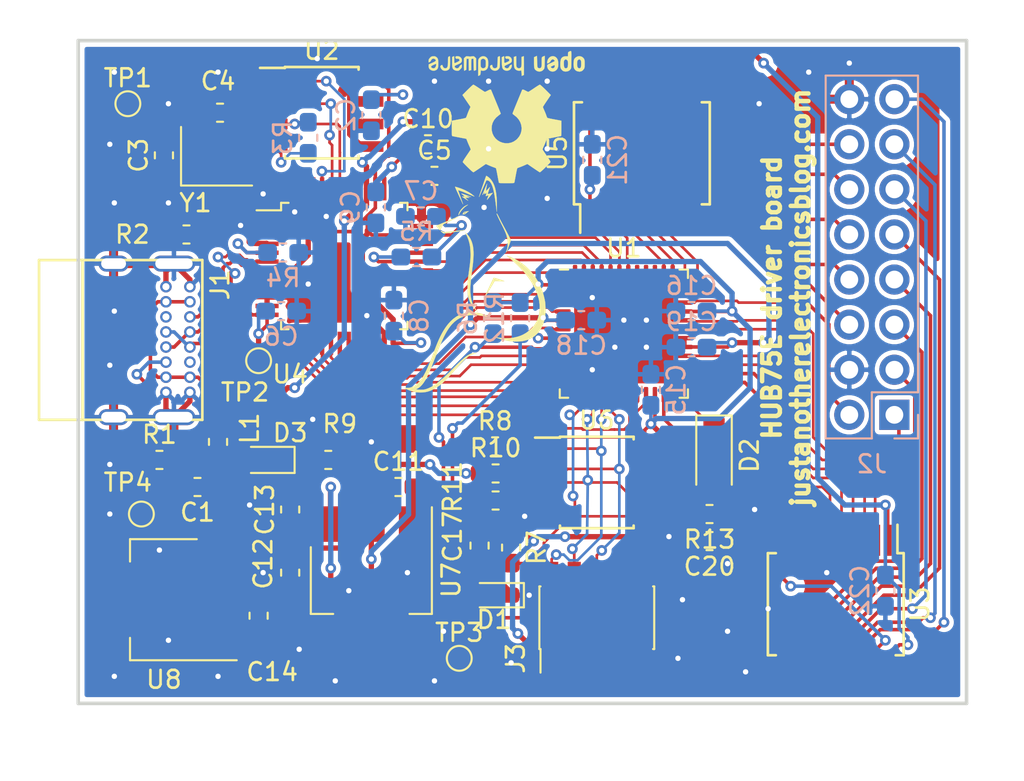
<source format=kicad_pcb>
(kicad_pcb (version 20171130) (host pcbnew 5.1.5+dfsg1-2build2)
  (layers (0 F.Cu signal) (31 B.Cu signal) (34 B.Paste user) (35 F.Paste user) (36 B.SilkS user) (37 F.SilkS user) (38 B.Mask user) (39 F.Mask user) (44 Edge.Cuts user))
  (net 0 "")
  (net 1 GND)
  (net 2 +5V)
  (net 3 +3V3)
  (net 4 "Net-(C3-Pad1)")
  (net 5 "Net-(C4-Pad1)")
  (net 6 "Net-(C5-Pad1)")
  (net 7 +1V8)
  (net 8 +1V2)
  (net 9 "Net-(D1-Pad2)")
  (net 10 "Net-(D2-Pad1)")
  (net 11 "Net-(J1-PadA4)")
  (net 12 "Net-(J1-PadA5)")
  (net 13 /USB_P)
  (net 14 /USB_N)
  (net 15 "Net-(J1-PadA8)")
  (net 16 "Net-(J1-PadB8)")
  (net 17 "Net-(J1-PadB5)")
  (net 18 "Net-(J2-Pad1)")
  (net 19 "Net-(J2-Pad2)")
  (net 20 "Net-(J2-Pad3)")
  (net 21 "Net-(J2-Pad5)")
  (net 22 "Net-(J2-Pad6)")
  (net 23 "Net-(J2-Pad7)")
  (net 24 "Net-(J2-Pad9)")
  (net 25 "Net-(J2-Pad10)")
  (net 26 "Net-(J2-Pad11)")
  (net 27 "Net-(J2-Pad12)")
  (net 28 "Net-(J2-Pad13)")
  (net 29 "Net-(J2-Pad14)")
  (net 30 "Net-(J2-Pad15)")
  (net 31 CS)
  (net 32 SCK)
  (net 33 SDO)
  (net 34 "Net-(J3-Pad7)")
  (net 35 SDI)
  (net 36 RST)
  (net 37 "Net-(R3-Pad2)")
  (net 38 "Net-(R3-Pad1)")
  (net 39 "Net-(R4-Pad1)")
  (net 40 D15)
  (net 41 D5)
  (net 42 D7)
  (net 43 D6)
  (net 44 D8)
  (net 45 D9)
  (net 46 D10)
  (net 47 D11)
  (net 48 D12)
  (net 49 D14)
  (net 50 "Net-(U1-Pad18)")
  (net 51 "Net-(U1-Pad19)")
  (net 52 D13)
  (net 53 B0)
  (net 54 R0)
  (net 55 B1)
  (net 56 R1)
  (net 57 A0)
  (net 58 A1)
  (net 59 SCLK)
  (net 60 BLANK)
  (net 61 A3)
  (net 62 LATCH)
  (net 63 G0)
  (net 64 "Net-(U1-Pad39)")
  (net 65 "Net-(U1-Pad40)")
  (net 66 "Net-(U1-Pad41)")
  (net 67 G1)
  (net 68 D2)
  (net 69 D4)
  (net 70 D0)
  (net 71 D1)
  (net 72 D3)
  (net 73 "Net-(U2-Pad7)")
  (net 74 "Net-(U2-Pad6)")
  (net 75 "Net-(U2-Pad2)")
  (net 76 "Net-(U2-Pad1)")
  (net 77 "Net-(U3-Pad10)")
  (net 78 "Net-(U4-Pad32)")
  (net 79 "Net-(U4-Pad33)")
  (net 80 "Net-(U5-Pad10)")
  (net 81 "Net-(U5-Pad17)")
  (net 82 "Net-(U5-Pad11)")
  (net 83 "Net-(U5-Pad9)")
  (net 84 "Net-(U5-Pad3)")
  (net 85 "Net-(J2-Pad8)")
  (net 86 A4)
  (net 87 A2)
  (net 88 +3.3VA)
  (net 89 "Net-(D3-Pad1)")
  (net 90 "Net-(R11-Pad2)")
  (net 91 "Net-(R13-Pad2)")
  (module Package_SO:SOIC-8_3.9x4.9mm_P1.27mm (layer F.Cu) (at 72.136 110.236)
    (fp_text reference U6 (at 0 -3.5) (layer F.SilkS))
    (fp_text value AT25SF081-SSHD-X)
    (pad 8 smd rect (at 2.7 -1.905) (size 1.55 0.6) (layers F.Cu F.Paste F.Mask) (net 3 +3V3))
    (pad 7 smd rect (at 2.7 -0.635) (size 1.55 0.6) (layers F.Cu F.Paste F.Mask) (net 91 "Net-(R13-Pad2)"))
    (pad 6 smd rect (at 2.7 0.635) (size 1.55 0.6) (layers F.Cu F.Paste F.Mask) (net 32 SCK))
    (pad 5 smd rect (at 2.7 1.905) (size 1.55 0.6) (layers F.Cu F.Paste F.Mask) (net 33 SDO))
    (pad 4 smd rect (at -2.7 1.905) (size 1.55 0.6) (layers F.Cu F.Paste F.Mask) (net 1 GND))
    (pad 3 smd rect (at -2.7 0.635) (size 1.55 0.6) (layers F.Cu F.Paste F.Mask) (net 90 "Net-(R11-Pad2)"))
    (pad 2 smd rect (at -2.7 -0.635) (size 1.55 0.6) (layers F.Cu F.Paste F.Mask) (net 35 SDI))
    (pad 1 smd rect (at -2.7 -1.905) (size 1.55 0.6) (layers F.Cu F.Paste F.Mask) (net 31 CS))
  )
  (module Capacitor_SMD:C_0603_1608Metric_Pad1.05x0.95mm_HandSolder (layer F.Cu) (at 49.643 110.49 180)
    (fp_text reference C1 (at 0 -1.43 180) (layer F.SilkS))
    (fp_text value 1u)
    (pad 1 smd roundrect (at -0.875 0 180) (size 1.05 0.95) (layers F.Cu F.Paste F.Mask) (net 2 +5V))
    (pad 2 smd roundrect (at 0.875 0 180) (size 1.05 0.95) (layers F.Cu F.Paste F.Mask) (net 1 GND))
  )
  (module Capacitor_SMD:C_0603_1608Metric_Pad1.05x0.95mm_HandSolder (layer B.Cu) (at 59.436 89.549 270)
    (fp_text reference C2 (at 0 1.43 270) (layer B.SilkS) (effects (justify mirror)))
    (fp_text value 100n)
    (pad 1 smd roundrect (at -0.875 0 270) (size 1.05 0.95) (layers B.Cu B.Paste B.Mask) (net 88 +3.3VA))
    (pad 2 smd roundrect (at 0.875 0 270) (size 1.05 0.95) (layers B.Cu B.Paste B.Mask) (net 1 GND))
  )
  (module Capacitor_SMD:C_0603_1608Metric_Pad1.05x0.95mm_HandSolder (layer F.Cu) (at 47.752 91.807 90)
    (fp_text reference C3 (at 0 -1.43 90) (layer F.SilkS))
    (fp_text value 18p)
    (pad 1 smd roundrect (at -0.875 0 90) (size 1.05 0.95) (layers F.Cu F.Paste F.Mask) (net 4 "Net-(C3-Pad1)"))
    (pad 2 smd roundrect (at 0.875 0 90) (size 1.05 0.95) (layers F.Cu F.Paste F.Mask) (net 1 GND))
  )
  (module Capacitor_SMD:C_0603_1608Metric_Pad1.05x0.95mm_HandSolder (layer F.Cu) (at 50.913 89.408 180)
    (fp_text reference C4 (at 0.113 1.778 180) (layer F.SilkS))
    (fp_text value 18p)
    (pad 2 smd roundrect (at 0.875 0 180) (size 1.05 0.95) (layers F.Cu F.Paste F.Mask) (net 1 GND))
    (pad 1 smd roundrect (at -0.875 0 180) (size 1.05 0.95) (layers F.Cu F.Paste F.Mask) (net 5 "Net-(C4-Pad1)"))
  )
  (module Capacitor_SMD:C_0603_1608Metric_Pad1.05x0.95mm_HandSolder (layer F.Cu) (at 62.992 92.964)
    (fp_text reference C5 (at 0 -1.43) (layer F.SilkS))
    (fp_text value 100n)
    (pad 2 smd roundrect (at 0.875 0) (size 1.05 0.95) (layers F.Cu F.Paste F.Mask) (net 1 GND))
    (pad 1 smd roundrect (at -0.875 0) (size 1.05 0.95) (layers F.Cu F.Paste F.Mask) (net 6 "Net-(C5-Pad1)"))
  )
  (module Capacitor_SMD:C_0603_1608Metric_Pad1.05x0.95mm_HandSolder (layer B.Cu) (at 54.356 100.584)
    (fp_text reference C6 (at 0 1.43) (layer B.SilkS) (effects (justify mirror)))
    (fp_text value 100n)
    (pad 2 smd roundrect (at 0.875 0) (size 1.05 0.95) (layers B.Cu B.Paste B.Mask) (net 1 GND))
    (pad 1 smd roundrect (at -0.875 0) (size 1.05 0.95) (layers B.Cu B.Paste B.Mask) (net 88 +3.3VA))
  )
  (module Capacitor_SMD:C_0603_1608Metric_Pad1.05x0.95mm_HandSolder (layer B.Cu) (at 62.23 95.25 180)
    (fp_text reference C7 (at 0 1.43 180) (layer B.SilkS) (effects (justify mirror)))
    (fp_text value 100n)
    (pad 1 smd roundrect (at -0.875 0 180) (size 1.05 0.95) (layers B.Cu B.Paste B.Mask) (net 88 +3.3VA))
    (pad 2 smd roundrect (at 0.875 0 180) (size 1.05 0.95) (layers B.Cu B.Paste B.Mask) (net 1 GND))
  )
  (module Capacitor_SMD:C_0603_1608Metric_Pad1.05x0.95mm_HandSolder (layer B.Cu) (at 60.706 100.838 90)
    (fp_text reference C8 (at 0 1.43 90) (layer B.SilkS) (effects (justify mirror)))
    (fp_text value 1u)
    (pad 2 smd roundrect (at 0.875 0 90) (size 1.05 0.95) (layers B.Cu B.Paste B.Mask) (net 1 GND))
    (pad 1 smd roundrect (at -0.875 0 90) (size 1.05 0.95) (layers B.Cu B.Paste B.Mask) (net 88 +3.3VA))
  )
  (module Capacitor_SMD:C_0603_1608Metric_Pad1.05x0.95mm_HandSolder (layer B.Cu) (at 59.69 94.742 270)
    (fp_text reference C9 (at 0 1.43 270) (layer B.SilkS) (effects (justify mirror)))
    (fp_text value 100n)
    (pad 1 smd roundrect (at -0.875 0 270) (size 1.05 0.95) (layers B.Cu B.Paste B.Mask) (net 7 +1V8))
    (pad 2 smd roundrect (at 0.875 0 270) (size 1.05 0.95) (layers B.Cu B.Paste B.Mask) (net 1 GND))
  )
  (module Capacitor_SMD:C_0603_1608Metric_Pad1.05x0.95mm_HandSolder (layer F.Cu) (at 62.625 91.186)
    (fp_text reference C10 (at 0 -1.43) (layer F.SilkS))
    (fp_text value 1u)
    (pad 2 smd roundrect (at 0.875 0) (size 1.05 0.95) (layers F.Cu F.Paste F.Mask) (net 1 GND))
    (pad 1 smd roundrect (at -0.875 0) (size 1.05 0.95) (layers F.Cu F.Paste F.Mask) (net 7 +1V8))
  )
  (module Capacitor_SMD:C_0603_1608Metric_Pad1.05x0.95mm_HandSolder (layer F.Cu) (at 60.96 110.49)
    (fp_text reference C11 (at 0 -1.43) (layer F.SilkS))
    (fp_text value 100n)
    (pad 2 smd roundrect (at 0.875 0) (size 1.05 0.95) (layers F.Cu F.Paste F.Mask) (net 1 GND))
    (pad 1 smd roundrect (at -0.875 0) (size 1.05 0.95) (layers F.Cu F.Paste F.Mask) (net 3 +3V3))
  )
  (module Capacitor_SMD:C_0603_1608Metric_Pad1.05x0.95mm_HandSolder (layer F.Cu) (at 54.864 115.316 270)
    (fp_text reference C12 (at -0.508 1.524 270) (layer F.SilkS))
    (fp_text value 100n)
    (pad 1 smd roundrect (at -0.875 0 270) (size 1.05 0.95) (layers F.Cu F.Paste F.Mask) (net 2 +5V))
    (pad 2 smd roundrect (at 0.875 0 270) (size 1.05 0.95) (layers F.Cu F.Paste F.Mask) (net 1 GND))
  )
  (module Capacitor_SMD:C_0603_1608Metric_Pad1.05x0.95mm_HandSolder (layer F.Cu) (at 54.864 111.76 90)
    (fp_text reference C13 (at 0 -1.43 90) (layer F.SilkS))
    (fp_text value 100n)
    (pad 2 smd roundrect (at 0.875 0 90) (size 1.05 0.95) (layers F.Cu F.Paste F.Mask) (net 1 GND))
    (pad 1 smd roundrect (at -0.875 0 90) (size 1.05 0.95) (layers F.Cu F.Paste F.Mask) (net 8 +1V2))
  )
  (module Capacitor_SMD:C_0603_1608Metric_Pad1.05x0.95mm_HandSolder (layer F.Cu) (at 53.086 117.743 270)
    (fp_text reference C14 (at 3.161 -0.762) (layer F.SilkS))
    (fp_text value 100n)
    (pad 1 smd roundrect (at -0.875 0 270) (size 1.05 0.95) (layers F.Cu F.Paste F.Mask) (net 3 +3V3))
    (pad 2 smd roundrect (at 0.875 0 270) (size 1.05 0.95) (layers F.Cu F.Paste F.Mask) (net 1 GND))
  )
  (module LED_SMD:LED_0603_1608Metric_Castellated (layer F.Cu) (at 66.3445 116.586 180)
    (fp_text reference D1 (at 0 -1.38 180) (layer F.SilkS))
    (fp_text value LED)
    (pad 2 smd roundrect (at 0.8125 0 180) (size 1.225 0.85) (layers F.Cu F.Paste F.Mask) (net 9 "Net-(D1-Pad2)"))
    (pad 1 smd roundrect (at -0.8125 0 180) (size 1.225 0.85) (layers F.Cu F.Paste F.Mask) (net 1 GND))
  )
  (module Diode_SMD:D_SOD-123 (layer F.Cu) (at 78.74 108.712 270)
    (fp_text reference D2 (at 0 -2 270) (layer F.SilkS))
    (fp_text value MBR0520)
    (pad 2 smd rect (at 1.65 0 270) (size 0.9 1.2) (layers F.Cu F.Paste F.Mask) (net 3 +3V3))
    (pad 1 smd rect (at -1.65 0 270) (size 0.9 1.2) (layers F.Cu F.Paste F.Mask) (net 10 "Net-(D2-Pad1)"))
  )
  (module riklib:USB_C_Recept_16Pin (layer F.Cu) (at 45.466 102.108 270)
    (fp_text reference J1 (at -3 -5.45 270) (layer F.SilkS))
    (fp_text value USB_C_Recept_16Pin)
    (pad S1 thru_hole oval (at 4.45 0.55 270) (size 0.9 1.7) (drill oval 0.6 1.4) (layers *.Cu *.Mask) (net 1 GND))
    (pad S1 thru_hole oval (at -4.2 0.55 270) (size 0.9 1.7) (drill oval 0.6 1.4) (layers *.Cu *.Mask) (net 1 GND))
    (pad S1 thru_hole oval (at 4.45 -2.85 270) (size 0.9 2.4) (drill oval 0.6 2.1) (layers *.Cu *.Mask) (net 1 GND))
    (pad S1 thru_hole oval (at -4.2 -2.85 270) (size 0.9 2.4) (drill oval 0.6 2.1) (layers *.Cu *.Mask) (net 1 GND))
    (pad B1 thru_hole circle (at 3.05 -2.4 270) (size 0.65 0.65) (drill 0.4) (layers *.Cu *.Mask) (net 1 GND))
    (pad B4 thru_hole circle (at 2.2 -2.4 270) (size 0.65 0.65) (drill 0.4) (layers *.Cu *.Mask) (net 11 "Net-(J1-PadA4)"))
    (pad B6 thru_hole circle (at 0.5 -2.4 270) (size 0.65 0.65) (drill 0.4) (layers *.Cu *.Mask) (net 13 /USB_P))
    (pad B5 thru_hole circle (at 1.35 -2.4 270) (size 0.65 0.65) (drill 0.4) (layers *.Cu *.Mask) (net 17 "Net-(J1-PadB5)"))
    (pad B7 thru_hole circle (at -0.35 -2.4 270) (size 0.65 0.65) (drill 0.4) (layers *.Cu *.Mask) (net 14 /USB_N))
    (pad B8 thru_hole circle (at -1.2 -2.4 270) (size 0.65 0.65) (drill 0.4) (layers *.Cu *.Mask) (net 16 "Net-(J1-PadB8)"))
    (pad B9 thru_hole circle (at -2.05 -2.4 270) (size 0.65 0.65) (drill 0.4) (layers *.Cu *.Mask) (net 11 "Net-(J1-PadA4)"))
    (pad B12 thru_hole circle (at -2.9 -2.4 270) (size 0.65 0.65) (drill 0.4) (layers *.Cu *.Mask) (net 1 GND))
    (pad A12 thru_hole circle (at 3.05 -3.75 270) (size 0.65 0.65) (drill 0.4) (layers *.Cu *.Mask) (net 1 GND))
    (pad A9 thru_hole circle (at 2.2 -3.75 270) (size 0.65 0.65) (drill 0.4) (layers *.Cu *.Mask) (net 11 "Net-(J1-PadA4)"))
    (pad A8 thru_hole circle (at 1.35 -3.75 270) (size 0.65 0.65) (drill 0.4) (layers *.Cu *.Mask) (net 15 "Net-(J1-PadA8)"))
    (pad A7 thru_hole circle (at 0.5 -3.75 270) (size 0.65 0.65) (drill 0.4) (layers *.Cu *.Mask) (net 14 /USB_N))
    (pad A6 thru_hole circle (at -0.35 -3.75 270) (size 0.65 0.65) (drill 0.4) (layers *.Cu *.Mask) (net 13 /USB_P))
    (pad A5 thru_hole circle (at -1.2 -3.75 270) (size 0.65 0.65) (drill 0.4) (layers *.Cu *.Mask) (net 12 "Net-(J1-PadA5)"))
    (pad A4 thru_hole circle (at -2.05 -3.75 270) (size 0.65 0.65) (drill 0.4) (layers *.Cu *.Mask) (net 11 "Net-(J1-PadA4)"))
    (pad A1 thru_hole circle (at -2.9 -3.75 270) (size 0.65 0.65) (drill 0.4) (layers *.Cu *.Mask) (net 1 GND))
  )
  (module Connector_PinSocket_2.54mm:PinSocket_2x08_P2.54mm_Vertical (layer B.Cu) (at 88.9 106.426)
    (fp_text reference J2 (at -1.27 2.77) (layer B.SilkS) (effects (justify mirror)))
    (fp_text value Conn_02x08_Odd_Even)
    (pad 16 thru_hole oval (at -2.54 -17.78) (size 1.7 1.7) (drill 1) (layers *.Cu *.Mask) (net 1 GND))
    (pad 15 thru_hole oval (at 0 -17.78) (size 1.7 1.7) (drill 1) (layers *.Cu *.Mask) (net 30 "Net-(J2-Pad15)"))
    (pad 14 thru_hole oval (at -2.54 -15.24) (size 1.7 1.7) (drill 1) (layers *.Cu *.Mask) (net 29 "Net-(J2-Pad14)"))
    (pad 13 thru_hole oval (at 0 -15.24) (size 1.7 1.7) (drill 1) (layers *.Cu *.Mask) (net 28 "Net-(J2-Pad13)"))
    (pad 12 thru_hole oval (at -2.54 -12.7) (size 1.7 1.7) (drill 1) (layers *.Cu *.Mask) (net 27 "Net-(J2-Pad12)"))
    (pad 11 thru_hole oval (at 0 -12.7) (size 1.7 1.7) (drill 1) (layers *.Cu *.Mask) (net 26 "Net-(J2-Pad11)"))
    (pad 10 thru_hole oval (at -2.54 -10.16) (size 1.7 1.7) (drill 1) (layers *.Cu *.Mask) (net 25 "Net-(J2-Pad10)"))
    (pad 9 thru_hole oval (at 0 -10.16) (size 1.7 1.7) (drill 1) (layers *.Cu *.Mask) (net 24 "Net-(J2-Pad9)"))
    (pad 8 thru_hole oval (at -2.54 -7.62) (size 1.7 1.7) (drill 1) (layers *.Cu *.Mask) (net 85 "Net-(J2-Pad8)"))
    (pad 7 thru_hole oval (at 0 -7.62) (size 1.7 1.7) (drill 1) (layers *.Cu *.Mask) (net 23 "Net-(J2-Pad7)"))
    (pad 6 thru_hole oval (at -2.54 -5.08) (size 1.7 1.7) (drill 1) (layers *.Cu *.Mask) (net 22 "Net-(J2-Pad6)"))
    (pad 5 thru_hole oval (at 0 -5.08) (size 1.7 1.7) (drill 1) (layers *.Cu *.Mask) (net 21 "Net-(J2-Pad5)"))
    (pad 4 thru_hole oval (at -2.54 -2.54) (size 1.7 1.7) (drill 1) (layers *.Cu *.Mask) (net 1 GND))
    (pad 3 thru_hole oval (at 0 -2.54) (size 1.7 1.7) (drill 1) (layers *.Cu *.Mask) (net 20 "Net-(J2-Pad3)"))
    (pad 2 thru_hole oval (at -2.54 0) (size 1.7 1.7) (drill 1) (layers *.Cu *.Mask) (net 19 "Net-(J2-Pad2)"))
    (pad 1 thru_hole rect (at 0 0) (size 1.7 1.7) (drill 1) (layers *.Cu *.Mask) (net 18 "Net-(J2-Pad1)"))
  )
  (module Connector_PinHeader_1.27mm:PinHeader_2x05_P1.27mm_Vertical_SMD (layer F.Cu) (at 72.136 117.856 90)
    (fp_text reference J3 (at -2.286 -4.572 90) (layer F.SilkS))
    (fp_text value Conn_ARM_JTAG_SWD_10)
    (pad 10 smd rect (at 1.95 2.54 90) (size 2.4 0.74) (layers F.Cu F.Paste F.Mask) (net 36 RST))
    (pad 9 smd rect (at -1.95 2.54 90) (size 2.4 0.74) (layers F.Cu F.Paste F.Mask) (net 1 GND))
    (pad 8 smd rect (at 1.95 1.27 90) (size 2.4 0.74) (layers F.Cu F.Paste F.Mask) (net 33 SDO))
    (pad 7 smd rect (at -1.95 1.27 90) (size 2.4 0.74) (layers F.Cu F.Paste F.Mask) (net 34 "Net-(J3-Pad7)"))
    (pad 6 smd rect (at 1.95 0 90) (size 2.4 0.74) (layers F.Cu F.Paste F.Mask) (net 35 SDI))
    (pad 5 smd rect (at -1.95 0 90) (size 2.4 0.74) (layers F.Cu F.Paste F.Mask) (net 1 GND))
    (pad 4 smd rect (at 1.95 -1.27 90) (size 2.4 0.74) (layers F.Cu F.Paste F.Mask) (net 32 SCK))
    (pad 3 smd rect (at -1.95 -1.27 90) (size 2.4 0.74) (layers F.Cu F.Paste F.Mask) (net 1 GND))
    (pad 2 smd rect (at 1.95 -2.54 90) (size 2.4 0.74) (layers F.Cu F.Paste F.Mask) (net 31 CS))
    (pad 1 smd rect (at -1.95 -2.54 90) (size 2.4 0.74) (layers F.Cu F.Paste F.Mask) (net 3 +3V3))
  )
  (module Inductor_SMD:L_0603_1608Metric_Pad1.05x0.95mm_HandSolder (layer F.Cu) (at 50.8 107.95 90)
    (fp_text reference L1 (at 0.762 1.778 90) (layer F.SilkS))
    (fp_text value 22R)
    (pad 2 smd roundrect (at 0.875 0 90) (size 1.05 0.95) (layers F.Cu F.Paste F.Mask) (net 11 "Net-(J1-PadA4)"))
    (pad 1 smd roundrect (at -0.875 0 90) (size 1.05 0.95) (layers F.Cu F.Paste F.Mask) (net 2 +5V))
  )
  (module Resistor_SMD:R_0603_1608Metric_Pad1.05x0.95mm_HandSolder (layer F.Cu) (at 47.498 108.966)
    (fp_text reference R1 (at 0 -1.43) (layer F.SilkS))
    (fp_text value 5.1K)
    (pad 1 smd roundrect (at -0.875 0) (size 1.05 0.95) (layers F.Cu F.Paste F.Mask) (net 17 "Net-(J1-PadB5)"))
    (pad 2 smd roundrect (at 0.875 0) (size 1.05 0.95) (layers F.Cu F.Paste F.Mask) (net 1 GND))
  )
  (module Resistor_SMD:R_0603_1608Metric_Pad1.05x0.95mm_HandSolder (layer F.Cu) (at 49.022 96.266 180)
    (fp_text reference R2 (at 3.048 0 180) (layer F.SilkS))
    (fp_text value 5.1K)
    (pad 2 smd roundrect (at 0.875 0 180) (size 1.05 0.95) (layers F.Cu F.Paste F.Mask) (net 1 GND))
    (pad 1 smd roundrect (at -0.875 0 180) (size 1.05 0.95) (layers F.Cu F.Paste F.Mask) (net 12 "Net-(J1-PadA5)"))
  )
  (module Resistor_SMD:R_0603_1608Metric_Pad1.05x0.95mm_HandSolder (layer B.Cu) (at 55.88 90.819 270)
    (fp_text reference R3 (at 0 1.43 270) (layer B.SilkS) (effects (justify mirror)))
    (fp_text value 2.2K)
    (pad 1 smd roundrect (at -0.875 0 270) (size 1.05 0.95) (layers B.Cu B.Paste B.Mask) (net 38 "Net-(R3-Pad1)"))
    (pad 2 smd roundrect (at 0.875 0 270) (size 1.05 0.95) (layers B.Cu B.Paste B.Mask) (net 37 "Net-(R3-Pad2)"))
  )
  (module Resistor_SMD:R_0603_1608Metric_Pad1.05x0.95mm_HandSolder (layer B.Cu) (at 54.469 97.282)
    (fp_text reference R4 (at 0 1.43) (layer B.SilkS) (effects (justify mirror)))
    (fp_text value 12K)
    (pad 2 smd roundrect (at 0.875 0) (size 1.05 0.95) (layers B.Cu B.Paste B.Mask) (net 1 GND))
    (pad 1 smd roundrect (at -0.875 0) (size 1.05 0.95) (layers B.Cu B.Paste B.Mask) (net 39 "Net-(R4-Pad1)"))
  )
  (module Resistor_SMD:R_0603_1608Metric_Pad1.05x0.95mm_HandSolder (layer B.Cu) (at 61.976 97.536 180)
    (fp_text reference R5 (at 0 1.43 180) (layer B.SilkS) (effects (justify mirror)))
    (fp_text value 5.1K)
    (pad 1 smd roundrect (at -0.875 0 180) (size 1.05 0.95) (layers B.Cu B.Paste B.Mask) (net 88 +3.3VA))
    (pad 2 smd roundrect (at 0.875 0 180) (size 1.05 0.95) (layers B.Cu B.Paste B.Mask) (net 40 D15))
  )
  (module Resistor_SMD:R_0603_1608Metric_Pad1.05x0.95mm_HandSolder (layer B.Cu) (at 66.294 100.979 270)
    (fp_text reference R6 (at 0 1.43 270) (layer B.SilkS) (effects (justify mirror)))
    (fp_text value 10K)
    (pad 1 smd roundrect (at -0.875 0 270) (size 1.05 0.95) (layers B.Cu B.Paste B.Mask) (net 3 +3V3))
    (pad 2 smd roundrect (at 0.875 0 270) (size 1.05 0.95) (layers B.Cu B.Paste B.Mask) (net 36 RST))
  )
  (module Resistor_SMD:R_0603_1608Metric_Pad1.05x0.95mm_HandSolder (layer F.Cu) (at 67.31 113.905 270)
    (fp_text reference R7 (at 0 -1.43 270) (layer F.SilkS))
    (fp_text value 10K)
    (pad 1 smd roundrect (at -0.875 0 270) (size 1.05 0.95) (layers F.Cu F.Paste F.Mask) (net 3 +3V3))
    (pad 2 smd roundrect (at 0.875 0 270) (size 1.05 0.95) (layers F.Cu F.Paste F.Mask) (net 33 SDO))
  )
  (module Resistor_SMD:R_0603_1608Metric_Pad1.05x0.95mm_HandSolder (layer F.Cu) (at 66.407 108.204)
    (fp_text reference R8 (at 0 -1.43) (layer F.SilkS))
    (fp_text value 10K)
    (pad 2 smd roundrect (at 0.875 0) (size 1.05 0.95) (layers F.Cu F.Paste F.Mask) (net 31 CS))
    (pad 1 smd roundrect (at -0.875 0) (size 1.05 0.95) (layers F.Cu F.Paste F.Mask) (net 3 +3V3))
  )
  (module Resistor_SMD:R_0603_1608Metric_Pad1.05x0.95mm_HandSolder (layer F.Cu) (at 66.435 109.728)
    (fp_text reference R10 (at 0 -1.43) (layer F.SilkS))
    (fp_text value 10K)
    (pad 1 smd roundrect (at -0.875 0) (size 1.05 0.95) (layers F.Cu F.Paste F.Mask) (net 3 +3V3))
    (pad 2 smd roundrect (at 0.875 0) (size 1.05 0.95) (layers F.Cu F.Paste F.Mask) (net 32 SCK))
  )
  (module Resistor_SMD:R_0603_1608Metric_Pad1.05x0.95mm_HandSolder (layer F.Cu) (at 66.435 111.252)
    (fp_text reference R11 (at -2.427 -0.762 90) (layer F.SilkS))
    (fp_text value 10K)
    (pad 2 smd roundrect (at 0.875 0) (size 1.05 0.95) (layers F.Cu F.Paste F.Mask) (net 90 "Net-(R11-Pad2)"))
    (pad 1 smd roundrect (at -0.875 0) (size 1.05 0.95) (layers F.Cu F.Paste F.Mask) (net 3 +3V3))
  )
  (module Resistor_SMD:R_0603_1608Metric_Pad1.05x0.95mm_HandSolder (layer B.Cu) (at 67.818 100.979 270)
    (fp_text reference R12 (at 0 1.43 270) (layer B.SilkS) (effects (justify mirror)))
    (fp_text value 2.2K)
    (pad 2 smd roundrect (at 0.875 0 270) (size 1.05 0.95) (layers B.Cu B.Paste B.Mask) (net 9 "Net-(D1-Pad2)"))
    (pad 1 smd roundrect (at -0.875 0 270) (size 1.05 0.95) (layers B.Cu B.Paste B.Mask) (net 3 +3V3))
  )
  (module Package_DFN_QFN:QFN-48-1EP_7x7mm_P0.5mm_EP5.6x5.6mm (layer F.Cu) (at 73.66 101.854)
    (fp_text reference U1 (at 0 -4.82) (layer F.SilkS))
    (fp_text value ICE40UP5K-SG48ITR)
    (pad 48 smd roundrect (at -2.75 -3.4375) (size 0.25 0.875) (layers F.Cu F.Paste F.Mask) (net 47 D11))
    (pad 47 smd roundrect (at -2.25 -3.4375) (size 0.25 0.875) (layers F.Cu F.Paste F.Mask) (net 48 D12))
    (pad 46 smd roundrect (at -1.75 -3.4375) (size 0.25 0.875) (layers F.Cu F.Paste F.Mask) (net 52 D13))
    (pad 45 smd roundrect (at -1.25 -3.4375) (size 0.25 0.875) (layers F.Cu F.Paste F.Mask) (net 49 D14))
    (pad 44 smd roundrect (at -0.75 -3.4375) (size 0.25 0.875) (layers F.Cu F.Paste F.Mask) (net 40 D15))
    (pad 43 smd roundrect (at -0.25 -3.4375) (size 0.25 0.875) (layers F.Cu F.Paste F.Mask) (net 63 G0))
    (pad 42 smd roundrect (at 0.25 -3.4375) (size 0.25 0.875) (layers F.Cu F.Paste F.Mask) (net 67 G1))
    (pad 41 smd roundrect (at 0.75 -3.4375) (size 0.25 0.875) (layers F.Cu F.Paste F.Mask) (net 66 "Net-(U1-Pad41)"))
    (pad 40 smd roundrect (at 1.25 -3.4375) (size 0.25 0.875) (layers F.Cu F.Paste F.Mask) (net 65 "Net-(U1-Pad40)"))
    (pad 39 smd roundrect (at 1.75 -3.4375) (size 0.25 0.875) (layers F.Cu F.Paste F.Mask) (net 64 "Net-(U1-Pad39)"))
    (pad 38 smd roundrect (at 2.25 -3.4375) (size 0.25 0.875) (layers F.Cu F.Paste F.Mask) (net 86 A4))
    (pad 37 smd roundrect (at 2.75 -3.4375) (size 0.25 0.875) (layers F.Cu F.Paste F.Mask) (net 58 A1))
    (pad 36 smd roundrect (at 3.4375 -2.75) (size 0.875 0.25) (layers F.Cu F.Paste F.Mask) (net 61 A3))
    (pad 35 smd roundrect (at 3.4375 -2.25) (size 0.875 0.25) (layers F.Cu F.Paste F.Mask) (net 62 LATCH))
    (pad 34 smd roundrect (at 3.4375 -1.75) (size 0.875 0.25) (layers F.Cu F.Paste F.Mask) (net 60 BLANK))
    (pad 33 smd roundrect (at 3.4375 -1.25) (size 0.875 0.25) (layers F.Cu F.Paste F.Mask) (net 3 +3V3))
    (pad 32 smd roundrect (at 3.4375 -0.75) (size 0.875 0.25) (layers F.Cu F.Paste F.Mask) (net 59 SCLK))
    (pad 31 smd roundrect (at 3.4375 -0.25) (size 0.875 0.25) (layers F.Cu F.Paste F.Mask) (net 87 A2))
    (pad 30 smd roundrect (at 3.4375 0.25) (size 0.875 0.25) (layers F.Cu F.Paste F.Mask) (net 8 +1V2))
    (pad 29 smd roundrect (at 3.4375 0.75) (size 0.875 0.25) (layers F.Cu F.Paste F.Mask) (net 8 +1V2))
    (pad 28 smd roundrect (at 3.4375 1.25) (size 0.875 0.25) (layers F.Cu F.Paste F.Mask) (net 57 A0))
    (pad 27 smd roundrect (at 3.4375 1.75) (size 0.875 0.25) (layers F.Cu F.Paste F.Mask) (net 55 B1))
    (pad 26 smd roundrect (at 3.4375 2.25) (size 0.875 0.25) (layers F.Cu F.Paste F.Mask) (net 56 R1))
    (pad 25 smd roundrect (at 3.4375 2.75) (size 0.875 0.25) (layers F.Cu F.Paste F.Mask) (net 53 B0))
    (pad 24 smd roundrect (at 2.75 3.4375) (size 0.25 0.875) (layers F.Cu F.Paste F.Mask) (net 10 "Net-(D2-Pad1)"))
    (pad 23 smd roundrect (at 2.25 3.4375) (size 0.25 0.875) (layers F.Cu F.Paste F.Mask) (net 54 R0))
    (pad 22 smd roundrect (at 1.75 3.4375) (size 0.25 0.875) (layers F.Cu F.Paste F.Mask) (net 3 +3V3))
    (pad 21 smd roundrect (at 1.25 3.4375) (size 0.25 0.875) (layers F.Cu F.Paste F.Mask) (net 70 D0))
    (pad 20 smd roundrect (at 0.75 3.4375) (size 0.25 0.875) (layers F.Cu F.Paste F.Mask) (net 71 D1))
    (pad 19 smd roundrect (at 0.25 3.4375) (size 0.25 0.875) (layers F.Cu F.Paste F.Mask) (net 51 "Net-(U1-Pad19)"))
    (pad 18 smd roundrect (at -0.25 3.4375) (size 0.25 0.875) (layers F.Cu F.Paste F.Mask) (net 50 "Net-(U1-Pad18)"))
    (pad 17 smd roundrect (at -0.75 3.4375) (size 0.25 0.875) (layers F.Cu F.Paste F.Mask) (net 35 SDI))
    (pad 16 smd roundrect (at -1.25 3.4375) (size 0.25 0.875) (layers F.Cu F.Paste F.Mask) (net 31 CS))
    (pad 15 smd roundrect (at -1.75 3.4375) (size 0.25 0.875) (layers F.Cu F.Paste F.Mask) (net 32 SCK))
    (pad 14 smd roundrect (at -2.25 3.4375) (size 0.25 0.875) (layers F.Cu F.Paste F.Mask) (net 33 SDO))
    (pad 13 smd roundrect (at -2.75 3.4375) (size 0.25 0.875) (layers F.Cu F.Paste F.Mask) (net 68 D2))
    (pad 12 smd roundrect (at -3.4375 2.75) (size 0.875 0.25) (layers F.Cu F.Paste F.Mask) (net 72 D3))
    (pad 11 smd roundrect (at -3.4375 2.25) (size 0.875 0.25) (layers F.Cu F.Paste F.Mask) (net 69 D4))
    (pad 10 smd roundrect (at -3.4375 1.75) (size 0.875 0.25) (layers F.Cu F.Paste F.Mask) (net 41 D5))
    (pad 9 smd roundrect (at -3.4375 1.25) (size 0.875 0.25) (layers F.Cu F.Paste F.Mask) (net 43 D6))
    (pad 8 smd roundrect (at -3.4375 0.75) (size 0.875 0.25) (layers F.Cu F.Paste F.Mask) (net 36 RST))
    (pad 7 smd roundrect (at -3.4375 0.25) (size 0.875 0.25) (layers F.Cu F.Paste F.Mask) (net 9 "Net-(D1-Pad2)"))
    (pad 6 smd roundrect (at -3.4375 -0.25) (size 0.875 0.25) (layers F.Cu F.Paste F.Mask) (net 42 D7))
    (pad 5 smd roundrect (at -3.4375 -0.75) (size 0.875 0.25) (layers F.Cu F.Paste F.Mask) (net 8 +1V2))
    (pad 4 smd roundrect (at -3.4375 -1.25) (size 0.875 0.25) (layers F.Cu F.Paste F.Mask) (net 44 D8))
    (pad 3 smd roundrect (at -3.4375 -1.75) (size 0.875 0.25) (layers F.Cu F.Paste F.Mask) (net 45 D9))
    (pad 2 smd roundrect (at -3.4375 -2.25) (size 0.875 0.25) (layers F.Cu F.Paste F.Mask) (net 46 D10))
    (pad 1 smd roundrect (at -3.4375 -2.75) (size 0.875 0.25) (layers F.Cu F.Paste F.Mask) (net 3 +3V3))
    (pad 49 smd roundrect (at 0 0) (size 5.6 5.6) (layers F.Cu F.Mask) (roundrect_rratio 0.044643) (net 1 GND))
  )
  (module Package_SO:SOIC-8_3.9x4.9mm_P1.27mm (layer F.Cu) (at 56.642 89.408)
    (fp_text reference U2 (at 0 -3.5) (layer F.SilkS))
    (fp_text value 93LCxxB)
    (pad 1 smd rect (at -2.7 -1.905) (size 1.55 0.6) (layers F.Cu F.Paste F.Mask) (net 76 "Net-(U2-Pad1)"))
    (pad 2 smd rect (at -2.7 -0.635) (size 1.55 0.6) (layers F.Cu F.Paste F.Mask) (net 75 "Net-(U2-Pad2)"))
    (pad 3 smd rect (at -2.7 0.635) (size 1.55 0.6) (layers F.Cu F.Paste F.Mask) (net 38 "Net-(R3-Pad1)"))
    (pad 4 smd rect (at -2.7 1.905) (size 1.55 0.6) (layers F.Cu F.Paste F.Mask) (net 37 "Net-(R3-Pad2)"))
    (pad 5 smd rect (at 2.7 1.905) (size 1.55 0.6) (layers F.Cu F.Paste F.Mask) (net 1 GND))
    (pad 6 smd rect (at 2.7 0.635) (size 1.55 0.6) (layers F.Cu F.Paste F.Mask) (net 74 "Net-(U2-Pad6)"))
    (pad 7 smd rect (at 2.7 -0.635) (size 1.55 0.6) (layers F.Cu F.Paste F.Mask) (net 73 "Net-(U2-Pad7)"))
    (pad 8 smd rect (at 2.7 -1.905) (size 1.55 0.6) (layers F.Cu F.Paste F.Mask) (net 88 +3.3VA))
  )
  (module Package_SO:SSOP-20_5.3x7.2mm_P0.65mm (layer F.Cu) (at 85.598 117.094 270)
    (fp_text reference U3 (at 0 -4.75 270) (layer F.SilkS))
    (fp_text value 74HC245)
    (pad 20 smd rect (at 3.6 -2.925 270) (size 1.75 0.45) (layers F.Cu F.Paste F.Mask) (net 2 +5V))
    (pad 19 smd rect (at 3.6 -2.275 270) (size 1.75 0.45) (layers F.Cu F.Paste F.Mask) (net 77 "Net-(U3-Pad10)"))
    (pad 18 smd rect (at 3.6 -1.625 270) (size 1.75 0.45) (layers F.Cu F.Paste F.Mask) (net 30 "Net-(J2-Pad15)"))
    (pad 17 smd rect (at 3.6 -0.975 270) (size 1.75 0.45) (layers F.Cu F.Paste F.Mask) (net 28 "Net-(J2-Pad13)"))
    (pad 16 smd rect (at 3.6 -0.325 270) (size 1.75 0.45) (layers F.Cu F.Paste F.Mask) (net 26 "Net-(J2-Pad11)"))
    (pad 15 smd rect (at 3.6 0.325 270) (size 1.75 0.45) (layers F.Cu F.Paste F.Mask) (net 24 "Net-(J2-Pad9)"))
    (pad 14 smd rect (at 3.6 0.975 270) (size 1.75 0.45) (layers F.Cu F.Paste F.Mask) (net 23 "Net-(J2-Pad7)"))
    (pad 13 smd rect (at 3.6 1.625 270) (size 1.75 0.45) (layers F.Cu F.Paste F.Mask) (net 21 "Net-(J2-Pad5)"))
    (pad 12 smd rect (at 3.6 2.275 270) (size 1.75 0.45) (layers F.Cu F.Paste F.Mask) (net 20 "Net-(J2-Pad3)"))
    (pad 11 smd rect (at 3.6 2.925 270) (size 1.75 0.45) (layers F.Cu F.Paste F.Mask) (net 18 "Net-(J2-Pad1)"))
    (pad 10 smd rect (at -3.6 2.925 270) (size 1.75 0.45) (layers F.Cu F.Paste F.Mask) (net 77 "Net-(U3-Pad10)"))
    (pad 9 smd rect (at -3.6 2.275 270) (size 1.75 0.45) (layers F.Cu F.Paste F.Mask) (net 54 R0))
    (pad 8 smd rect (at -3.6 1.625 270) (size 1.75 0.45) (layers F.Cu F.Paste F.Mask) (net 53 B0))
    (pad 7 smd rect (at -3.6 0.975 270) (size 1.75 0.45) (layers F.Cu F.Paste F.Mask) (net 56 R1))
    (pad 6 smd rect (at -3.6 0.325 270) (size 1.75 0.45) (layers F.Cu F.Paste F.Mask) (net 55 B1))
    (pad 5 smd rect (at -3.6 -0.325 270) (size 1.75 0.45) (layers F.Cu F.Paste F.Mask) (net 57 A0))
    (pad 4 smd rect (at -3.6 -0.975 270) (size 1.75 0.45) (layers F.Cu F.Paste F.Mask) (net 87 A2))
    (pad 3 smd rect (at -3.6 -1.625 270) (size 1.75 0.45) (layers F.Cu F.Paste F.Mask) (net 59 SCLK))
    (pad 2 smd rect (at -3.6 -2.275 270) (size 1.75 0.45) (layers F.Cu F.Paste F.Mask) (net 60 BLANK))
    (pad 1 smd rect (at -3.6 -2.925 270) (size 1.75 0.45) (layers F.Cu F.Paste F.Mask) (net 2 +5V))
  )
  (module Package_QFP:LQFP-48_7x7mm_P0.5mm (layer F.Cu) (at 57.912 98.044)
    (fp_text reference U4 (at -3.048 6.096) (layer F.SilkS))
    (fp_text value FT232H)
    (pad 48 smd rect (at -2.75 -4.35 90) (size 1.3 0.25) (layers F.Cu F.Paste F.Mask) (net 1 GND))
    (pad 47 smd rect (at -2.25 -4.35 90) (size 1.3 0.25) (layers F.Cu F.Paste F.Mask) (net 1 GND))
    (pad 46 smd rect (at -1.75 -4.35 90) (size 1.3 0.25) (layers F.Cu F.Paste F.Mask) (net 88 +3.3VA))
    (pad 45 smd rect (at -1.25 -4.35 90) (size 1.3 0.25) (layers F.Cu F.Paste F.Mask) (net 76 "Net-(U2-Pad1)"))
    (pad 44 smd rect (at -0.75 -4.35 90) (size 1.3 0.25) (layers F.Cu F.Paste F.Mask) (net 75 "Net-(U2-Pad2)"))
    (pad 43 smd rect (at -0.25 -4.35 90) (size 1.3 0.25) (layers F.Cu F.Paste F.Mask) (net 38 "Net-(R3-Pad1)"))
    (pad 42 smd rect (at 0.25 -4.35 90) (size 1.3 0.25) (layers F.Cu F.Paste F.Mask) (net 1 GND))
    (pad 41 smd rect (at 0.75 -4.35 90) (size 1.3 0.25) (layers F.Cu F.Paste F.Mask) (net 1 GND))
    (pad 40 smd rect (at 1.25 -4.35 90) (size 1.3 0.25) (layers F.Cu F.Paste F.Mask) (net 2 +5V))
    (pad 39 smd rect (at 1.75 -4.35 90) (size 1.3 0.25) (layers F.Cu F.Paste F.Mask) (net 88 +3.3VA))
    (pad 38 smd rect (at 2.25 -4.35 90) (size 1.3 0.25) (layers F.Cu F.Paste F.Mask) (net 7 +1V8))
    (pad 37 smd rect (at 2.75 -4.35 90) (size 1.3 0.25) (layers F.Cu F.Paste F.Mask) (net 6 "Net-(C5-Pad1)"))
    (pad 36 smd rect (at 4.35 -2.75) (size 1.3 0.25) (layers F.Cu F.Paste F.Mask) (net 1 GND))
    (pad 35 smd rect (at 4.35 -2.25) (size 1.3 0.25) (layers F.Cu F.Paste F.Mask) (net 1 GND))
    (pad 34 smd rect (at 4.35 -1.75) (size 1.3 0.25) (layers F.Cu F.Paste F.Mask) (net 88 +3.3VA))
    (pad 33 smd rect (at 4.35 -1.25) (size 1.3 0.25) (layers F.Cu F.Paste F.Mask) (net 79 "Net-(U4-Pad33)"))
    (pad 32 smd rect (at 4.35 -0.75) (size 1.3 0.25) (layers F.Cu F.Paste F.Mask) (net 78 "Net-(U4-Pad32)"))
    (pad 31 smd rect (at 4.35 -0.25) (size 1.3 0.25) (layers F.Cu F.Paste F.Mask) (net 40 D15))
    (pad 30 smd rect (at 4.35 0.25) (size 1.3 0.25) (layers F.Cu F.Paste F.Mask) (net 49 D14))
    (pad 29 smd rect (at 4.35 0.75) (size 1.3 0.25) (layers F.Cu F.Paste F.Mask) (net 52 D13))
    (pad 28 smd rect (at 4.35 1.25) (size 1.3 0.25) (layers F.Cu F.Paste F.Mask) (net 48 D12))
    (pad 27 smd rect (at 4.35 1.75) (size 1.3 0.25) (layers F.Cu F.Paste F.Mask) (net 47 D11))
    (pad 26 smd rect (at 4.35 2.25) (size 1.3 0.25) (layers F.Cu F.Paste F.Mask) (net 46 D10))
    (pad 25 smd rect (at 4.35 2.75) (size 1.3 0.25) (layers F.Cu F.Paste F.Mask) (net 45 D9))
    (pad 24 smd rect (at 2.75 4.35 90) (size 1.3 0.25) (layers F.Cu F.Paste F.Mask) (net 88 +3.3VA))
    (pad 23 smd rect (at 2.25 4.35 90) (size 1.3 0.25) (layers F.Cu F.Paste F.Mask) (net 1 GND))
    (pad 22 smd rect (at 1.75 4.35 90) (size 1.3 0.25) (layers F.Cu F.Paste F.Mask) (net 1 GND))
    (pad 21 smd rect (at 1.25 4.35 90) (size 1.3 0.25) (layers F.Cu F.Paste F.Mask) (net 44 D8))
    (pad 20 smd rect (at 0.75 4.35 90) (size 1.3 0.25) (layers F.Cu F.Paste F.Mask) (net 42 D7))
    (pad 19 smd rect (at 0.25 4.35 90) (size 1.3 0.25) (layers F.Cu F.Paste F.Mask) (net 43 D6))
    (pad 18 smd rect (at -0.25 4.35 90) (size 1.3 0.25) (layers F.Cu F.Paste F.Mask) (net 41 D5))
    (pad 17 smd rect (at -0.75 4.35 90) (size 1.3 0.25) (layers F.Cu F.Paste F.Mask) (net 69 D4))
    (pad 16 smd rect (at -1.25 4.35 90) (size 1.3 0.25) (layers F.Cu F.Paste F.Mask) (net 72 D3))
    (pad 15 smd rect (at -1.75 4.35 90) (size 1.3 0.25) (layers F.Cu F.Paste F.Mask) (net 68 D2))
    (pad 14 smd rect (at -2.25 4.35 90) (size 1.3 0.25) (layers F.Cu F.Paste F.Mask) (net 71 D1))
    (pad 13 smd rect (at -2.75 4.35 90) (size 1.3 0.25) (layers F.Cu F.Paste F.Mask) (net 70 D0))
    (pad 12 smd rect (at -4.35 2.75) (size 1.3 0.25) (layers F.Cu F.Paste F.Mask) (net 88 +3.3VA))
    (pad 11 smd rect (at -4.35 2.25) (size 1.3 0.25) (layers F.Cu F.Paste F.Mask) (net 1 GND))
    (pad 10 smd rect (at -4.35 1.75) (size 1.3 0.25) (layers F.Cu F.Paste F.Mask) (net 1 GND))
    (pad 9 smd rect (at -4.35 1.25) (size 1.3 0.25) (layers F.Cu F.Paste F.Mask) (net 1 GND))
    (pad 8 smd rect (at -4.35 0.75) (size 1.3 0.25) (layers F.Cu F.Paste F.Mask) (net 88 +3.3VA))
    (pad 7 smd rect (at -4.35 0.25) (size 1.3 0.25) (layers F.Cu F.Paste F.Mask) (net 13 /USB_P))
    (pad 6 smd rect (at -4.35 -0.25) (size 1.3 0.25) (layers F.Cu F.Paste F.Mask) (net 14 /USB_N))
    (pad 5 smd rect (at -4.35 -0.75) (size 1.3 0.25) (layers F.Cu F.Paste F.Mask) (net 39 "Net-(R4-Pad1)"))
    (pad 4 smd rect (at -4.35 -1.25) (size 1.3 0.25) (layers F.Cu F.Paste F.Mask) (net 1 GND))
    (pad 3 smd rect (at -4.35 -1.75) (size 1.3 0.25) (layers F.Cu F.Paste F.Mask) (net 88 +3.3VA))
    (pad 2 smd rect (at -4.35 -2.25) (size 1.3 0.25) (layers F.Cu F.Paste F.Mask) (net 5 "Net-(C4-Pad1)"))
    (pad 1 smd rect (at -4.35 -2.75) (size 1.3 0.25) (layers F.Cu F.Paste F.Mask) (net 4 "Net-(C3-Pad1)"))
  )
  (module Package_SO:SSOP-20_5.3x7.2mm_P0.65mm (layer F.Cu) (at 74.676 91.694 90)
    (fp_text reference U5 (at 0 -4.75 90) (layer F.SilkS))
    (fp_text value 74HC245)
    (pad 1 smd rect (at -3.6 -2.925 90) (size 1.75 0.45) (layers F.Cu F.Paste F.Mask) (net 2 +5V))
    (pad 2 smd rect (at -3.6 -2.275 90) (size 1.75 0.45) (layers F.Cu F.Paste F.Mask) (net 63 G0))
    (pad 3 smd rect (at -3.6 -1.625 90) (size 1.75 0.45) (layers F.Cu F.Paste F.Mask) (net 84 "Net-(U5-Pad3)"))
    (pad 4 smd rect (at -3.6 -0.975 90) (size 1.75 0.45) (layers F.Cu F.Paste F.Mask) (net 67 G1))
    (pad 5 smd rect (at -3.6 -0.325 90) (size 1.75 0.45) (layers F.Cu F.Paste F.Mask) (net 86 A4))
    (pad 6 smd rect (at -3.6 0.325 90) (size 1.75 0.45) (layers F.Cu F.Paste F.Mask) (net 58 A1))
    (pad 7 smd rect (at -3.6 0.975 90) (size 1.75 0.45) (layers F.Cu F.Paste F.Mask) (net 61 A3))
    (pad 8 smd rect (at -3.6 1.625 90) (size 1.75 0.45) (layers F.Cu F.Paste F.Mask) (net 62 LATCH))
    (pad 9 smd rect (at -3.6 2.275 90) (size 1.75 0.45) (layers F.Cu F.Paste F.Mask) (net 83 "Net-(U5-Pad9)"))
    (pad 10 smd rect (at -3.6 2.925 90) (size 1.75 0.45) (layers F.Cu F.Paste F.Mask) (net 80 "Net-(U5-Pad10)"))
    (pad 11 smd rect (at 3.6 2.925 90) (size 1.75 0.45) (layers F.Cu F.Paste F.Mask) (net 82 "Net-(U5-Pad11)"))
    (pad 12 smd rect (at 3.6 2.275 90) (size 1.75 0.45) (layers F.Cu F.Paste F.Mask) (net 29 "Net-(J2-Pad14)"))
    (pad 13 smd rect (at 3.6 1.625 90) (size 1.75 0.45) (layers F.Cu F.Paste F.Mask) (net 27 "Net-(J2-Pad12)"))
    (pad 14 smd rect (at 3.6 0.975 90) (size 1.75 0.45) (layers F.Cu F.Paste F.Mask) (net 25 "Net-(J2-Pad10)"))
    (pad 15 smd rect (at 3.6 0.325 90) (size 1.75 0.45) (layers F.Cu F.Paste F.Mask) (net 85 "Net-(J2-Pad8)"))
    (pad 16 smd rect (at 3.6 -0.325 90) (size 1.75 0.45) (layers F.Cu F.Paste F.Mask) (net 22 "Net-(J2-Pad6)"))
    (pad 17 smd rect (at 3.6 -0.975 90) (size 1.75 0.45) (layers F.Cu F.Paste F.Mask) (net 81 "Net-(U5-Pad17)"))
    (pad 18 smd rect (at 3.6 -1.625 90) (size 1.75 0.45) (layers F.Cu F.Paste F.Mask) (net 19 "Net-(J2-Pad2)"))
    (pad 19 smd rect (at 3.6 -2.275 90) (size 1.75 0.45) (layers F.Cu F.Paste F.Mask) (net 80 "Net-(U5-Pad10)"))
    (pad 20 smd rect (at 3.6 -2.925 90) (size 1.75 0.45) (layers F.Cu F.Paste F.Mask) (net 2 +5V))
  )
  (module Package_TO_SOT_SMD:SOT-223-3_TabPin2 (layer F.Cu) (at 59.435999 115.731001 270)
    (fp_text reference U7 (at 0 -4.5 270) (layer F.SilkS))
    (fp_text value AZ1117-1.2)
    (pad 2 smd rect (at 3.15 0 270) (size 2 3.8) (layers F.Cu F.Paste F.Mask) (net 8 +1V2))
    (pad 2 smd rect (at -3.15 0 270) (size 2 1.5) (layers F.Cu F.Paste F.Mask) (net 8 +1V2))
    (pad 3 smd rect (at -3.15 2.3 270) (size 2 1.5) (layers F.Cu F.Paste F.Mask) (net 3 +3V3))
    (pad 1 smd rect (at -3.15 -2.3 270) (size 2 1.5) (layers F.Cu F.Paste F.Mask) (net 1 GND))
  )
  (module Package_TO_SOT_SMD:SOT-223-3_TabPin2 (layer F.Cu) (at 47.752 116.84 180)
    (fp_text reference U8 (at 0 -4.5 180) (layer F.SilkS))
    (fp_text value AP1117-33)
    (pad 1 smd rect (at -3.15 -2.3 180) (size 2 1.5) (layers F.Cu F.Paste F.Mask) (net 1 GND))
    (pad 3 smd rect (at -3.15 2.3 180) (size 2 1.5) (layers F.Cu F.Paste F.Mask) (net 2 +5V))
    (pad 2 smd rect (at -3.15 0 180) (size 2 1.5) (layers F.Cu F.Paste F.Mask) (net 3 +3V3))
    (pad 2 smd rect (at 3.15 0 180) (size 2 3.8) (layers F.Cu F.Paste F.Mask) (net 3 +3V3))
  )
  (module Crystal:Crystal_SMD_3225-4Pin_3.2x2.5mm (layer F.Cu) (at 50.716 91.86)
    (fp_text reference Y1 (at -1.186 2.628) (layer F.SilkS))
    (fp_text value 12Mhz)
    (pad 4 smd rect (at -1.1 -0.85) (size 1.4 1.2) (layers F.Cu F.Paste F.Mask) (net 1 GND))
    (pad 3 smd rect (at 1.1 -0.85) (size 1.4 1.2) (layers F.Cu F.Paste F.Mask) (net 5 "Net-(C4-Pad1)"))
    (pad 2 smd rect (at 1.1 0.85) (size 1.4 1.2) (layers F.Cu F.Paste F.Mask) (net 1 GND))
    (pad 1 smd rect (at -1.1 0.85) (size 1.4 1.2) (layers F.Cu F.Paste F.Mask) (net 4 "Net-(C3-Pad1)"))
  )
  (module Capacitor_SMD:C_0603_1608Metric_Pad1.05x0.95mm_HandSolder (layer B.Cu) (at 75.184 105.015 90)
    (fp_text reference C15 (at 0 1.43 90) (layer B.SilkS) (effects (justify mirror)))
    (fp_text value 100n)
    (pad 2 smd roundrect (at 0.875 0 90) (size 1.05 0.95) (layers B.Cu B.Paste B.Mask) (net 1 GND))
    (pad 1 smd roundrect (at -0.875 0 90) (size 1.05 0.95) (layers B.Cu B.Paste B.Mask) (net 3 +3V3))
  )
  (module Capacitor_SMD:C_0603_1608Metric_Pad1.05x0.95mm_HandSolder (layer B.Cu) (at 77.47 100.584 180)
    (fp_text reference C16 (at 0 1.43 180) (layer B.SilkS) (effects (justify mirror)))
    (fp_text value 100n)
    (pad 2 smd roundrect (at 0.875 0 180) (size 1.05 0.95) (layers B.Cu B.Paste B.Mask) (net 1 GND))
    (pad 1 smd roundrect (at -0.875 0 180) (size 1.05 0.95) (layers B.Cu B.Paste B.Mask) (net 3 +3V3))
  )
  (module Capacitor_SMD:C_0603_1608Metric_Pad1.05x0.95mm_HandSolder (layer F.Cu) (at 65.532 113.792 270)
    (fp_text reference C17 (at -0.508 1.524 270) (layer F.SilkS))
    (fp_text value 100n)
    (pad 1 smd roundrect (at -0.875 0 270) (size 1.05 0.95) (layers F.Cu F.Paste F.Mask) (net 3 +3V3))
    (pad 2 smd roundrect (at 0.875 0 270) (size 1.05 0.95) (layers F.Cu F.Paste F.Mask) (net 1 GND))
  )
  (module Capacitor_SMD:C_0603_1608Metric_Pad1.05x0.95mm_HandSolder (layer B.Cu) (at 71.261 101.092)
    (fp_text reference C18 (at 0 1.43) (layer B.SilkS) (effects (justify mirror)))
    (fp_text value 1u)
    (pad 2 smd roundrect (at 0.875 0) (size 1.05 0.95) (layers B.Cu B.Paste B.Mask) (net 1 GND))
    (pad 1 smd roundrect (at -0.875 0) (size 1.05 0.95) (layers B.Cu B.Paste B.Mask) (net 8 +1V2))
  )
  (module Capacitor_SMD:C_0603_1608Metric_Pad1.05x0.95mm_HandSolder (layer B.Cu) (at 77.47 102.616 180)
    (fp_text reference C19 (at 0 1.43 180) (layer B.SilkS) (effects (justify mirror)))
    (fp_text value 100n)
    (pad 1 smd roundrect (at -0.875 0 180) (size 1.05 0.95) (layers B.Cu B.Paste B.Mask) (net 8 +1V2))
    (pad 2 smd roundrect (at 0.875 0 180) (size 1.05 0.95) (layers B.Cu B.Paste B.Mask) (net 1 GND))
  )
  (module Capacitor_SMD:C_0603_1608Metric_Pad1.05x0.95mm_HandSolder (layer F.Cu) (at 78.486 113.538 180)
    (fp_text reference C20 (at 0 -1.43 180) (layer F.SilkS))
    (fp_text value 100n)
    (pad 1 smd roundrect (at -0.875 0 180) (size 1.05 0.95) (layers F.Cu F.Paste F.Mask) (net 3 +3V3))
    (pad 2 smd roundrect (at 0.875 0 180) (size 1.05 0.95) (layers F.Cu F.Paste F.Mask) (net 1 GND))
  )
  (module Capacitor_SMD:C_0603_1608Metric_Pad1.05x0.95mm_HandSolder (layer B.Cu) (at 71.882 92.061 90)
    (fp_text reference C21 (at 0 1.43 90) (layer B.SilkS) (effects (justify mirror)))
    (fp_text value 100n)
    (pad 2 smd roundrect (at 0.875 0 90) (size 1.05 0.95) (layers B.Cu B.Paste B.Mask) (net 1 GND))
    (pad 1 smd roundrect (at -0.875 0 90) (size 1.05 0.95) (layers B.Cu B.Paste B.Mask) (net 2 +5V))
  )
  (module Capacitor_SMD:C_0603_1608Metric_Pad1.05x0.95mm_HandSolder (layer B.Cu) (at 88.392 116.332 270)
    (fp_text reference C22 (at 0 1.43 270) (layer B.SilkS) (effects (justify mirror)))
    (fp_text value 100n)
    (pad 1 smd roundrect (at -0.875 0 270) (size 1.05 0.95) (layers B.Cu B.Paste B.Mask) (net 2 +5V))
    (pad 2 smd roundrect (at 0.875 0 270) (size 1.05 0.95) (layers B.Cu B.Paste B.Mask) (net 1 GND))
  )
  (module LED_SMD:LED_0603_1608Metric_Pad1.05x0.95mm_HandSolder (layer F.Cu) (at 53.453 108.966 180)
    (fp_text reference D3 (at -1.411 1.524 180) (layer F.SilkS))
    (fp_text value LED)
    (pad 2 smd roundrect (at 0.875 0 180) (size 1.05 0.95) (layers F.Cu F.Paste F.Mask) (net 2 +5V))
    (pad 1 smd roundrect (at -0.875 0 180) (size 1.05 0.95) (layers F.Cu F.Paste F.Mask) (net 89 "Net-(D3-Pad1)"))
  )
  (module Resistor_SMD:R_0603_1608Metric_Pad1.05x0.95mm_HandSolder (layer F.Cu) (at 57.009 108.966 180)
    (fp_text reference R9 (at -0.649 2.032 180) (layer F.SilkS))
    (fp_text value 680R)
    (pad 2 smd roundrect (at 0.875 0 180) (size 1.05 0.95) (layers F.Cu F.Paste F.Mask) (net 89 "Net-(D3-Pad1)"))
    (pad 1 smd roundrect (at -0.875 0 180) (size 1.05 0.95) (layers F.Cu F.Paste F.Mask) (net 1 GND))
  )
  (module TestPoint:TestPoint_Pad_D1.0mm (layer F.Cu) (at 45.72 88.9)
    (fp_text reference TP1 (at 0 -1.448) (layer F.SilkS))
    (fp_text value TP)
    (pad 1 smd circle (at 0 0) (size 1 1) (layers F.Cu F.Mask) (net 1 GND))
  )
  (module TestPoint:TestPoint_Pad_D1.0mm (layer F.Cu) (at 53.086 103.378)
    (fp_text reference TP2 (at -0.762 1.778) (layer F.SilkS))
    (fp_text value TP)
    (pad 1 smd circle (at 0 0) (size 1 1) (layers F.Cu F.Mask) (net 88 +3.3VA))
  )
  (module TestPoint:TestPoint_Pad_D1.0mm (layer F.Cu) (at 64.389 120.142)
    (fp_text reference TP3 (at 0 -1.448) (layer F.SilkS))
    (fp_text value TP)
    (pad 1 smd circle (at 0 0) (size 1 1) (layers F.Cu F.Mask) (net 8 +1V2))
  )
  (module TestPoint:TestPoint_Pad_D1.0mm (layer F.Cu) (at 46.482 112.014)
    (fp_text reference TP4 (at -0.762 -1.778) (layer F.SilkS))
    (fp_text value TP)
    (pad 1 smd circle (at 0 0) (size 1 1) (layers F.Cu F.Mask) (net 3 +3V3))
  )
  (module Symbol:OSHW-Logo2_9.8x8mm_SilkScreen (layer F.Cu) (at 67.056 89.662 180)
    (fp_text reference REF** hide)
    (fp_text value OSHW-Logo2_9.8x8mm_SilkScreen hide)
  )
  (module riklib:logo8mm (layer F.Cu) (at 65.278 99.06)
    (fp_text reference G*** hide)
    (fp_text value LOGO hide)
  )
  (module Resistor_SMD:R_0603_1608Metric_Pad1.05x0.95mm_HandSolder (layer F.Cu) (at 78.486 112.014 180)
    (fp_text reference R13 (at 0 -1.43) (layer F.SilkS))
    (fp_text value 10K)
    (pad 1 smd roundrect (at -0.875 0 180) (size 1.05 0.95) (layers F.Cu F.Paste F.Mask) (net 3 +3V3))
    (pad 2 smd roundrect (at 0.875 0 180) (size 1.05 0.95) (layers F.Cu F.Paste F.Mask) (net 91 "Net-(R13-Pad2)"))
  )
  (gr_text "HUB75E driver board\njustanotherelectronicsblog.com" (at 82.804 99.822 90) (layer F.SilkS) (effects (font (size 1 1) (thickness 0.25))))
  (gr_line (start 92.964 122.682) (end 42.926 122.682) (layer Edge.Cuts) (width 0.2))
  (gr_line (start 92.964 85.344) (end 92.964 122.682) (layer Edge.Cuts) (width 0.2))
  (gr_line (start 42.926 85.344) (end 92.964 85.344) (layer Edge.Cuts) (width 0.2))
  (gr_line (start 42.926 122.682) (end 42.926 85.344) (layer Edge.Cuts) (width 0.2))
  (via (at 71.882 99.822) (size 0.6) (drill 0.3) (layers F.Cu B.Cu) (net 1))
  (via (at 73.152 102.616) (size 0.6) (drill 0.3) (layers F.Cu B.Cu) (net 1))
  (via (at 71.882 103.886) (size 0.6) (drill 0.3) (layers F.Cu B.Cu) (net 1))
  (via (at 74.93 102.616) (size 0.6) (drill 0.3) (layers F.Cu B.Cu) (net 1))
  (via (at 74.93 101.092) (size 0.6) (drill 0.3) (layers F.Cu B.Cu) (net 1))
  (via (at 73.66 101.092) (size 0.6) (drill 0.3) (layers F.Cu B.Cu) (net 1))
  (segment (start 60.162 102.394) (end 59.662 102.394) (width 0.2) (layer F.Cu) (net 1))
  (segment (start 53.562 100.294) (end 53.562 99.794) (width 0.3) (layer F.Cu) (net 1))
  (segment (start 53.562 99.794) (end 53.562 99.294) (width 0.3) (layer F.Cu) (net 1))
  (via (at 66.04 91.44) (size 0.6) (drill 0.3) (layers F.Cu B.Cu) (net 1))
  (via (at 69.342 91.44) (size 0.6) (drill 0.3) (layers F.Cu B.Cu) (net 1))
  (via (at 65.786 94.742) (size 0.6) (drill 0.3) (layers F.Cu B.Cu) (net 1))
  (via (at 69.342 94.234) (size 0.6) (drill 0.3) (layers F.Cu B.Cu) (net 1))
  (via (at 69.342 87.63) (size 0.6) (drill 0.3) (layers F.Cu B.Cu) (net 1))
  (via (at 66.04 87.63) (size 0.6) (drill 0.3) (layers F.Cu B.Cu) (net 1))
  (via (at 62.992 87.63) (size 0.6) (drill 0.3) (layers F.Cu B.Cu) (net 1))
  (via (at 56.388 86.36) (size 0.6) (drill 0.3) (layers F.Cu B.Cu) (net 1))
  (via (at 50.8 87.122) (size 0.6) (drill 0.3) (layers F.Cu B.Cu) (net 1))
  (via (at 48.006 88.9) (size 0.6) (drill 0.3) (layers F.Cu B.Cu) (net 1))
  (via (at 44.958 87.122) (size 0.6) (drill 0.3) (layers F.Cu B.Cu) (net 1))
  (via (at 44.704 91.186) (size 0.6) (drill 0.3) (layers F.Cu B.Cu) (net 1))
  (via (at 44.958 94.488) (size 0.6) (drill 0.3) (layers F.Cu B.Cu) (net 1))
  (via (at 48.006 94.488) (size 0.6) (drill 0.3) (layers F.Cu B.Cu) (net 1))
  (via (at 44.958 100.584) (size 0.6) (drill 0.3) (layers F.Cu B.Cu) (net 1))
  (via (at 44.704 103.632) (size 0.6) (drill 0.3) (layers F.Cu B.Cu) (net 1))
  (via (at 44.704 109.22) (size 0.6) (drill 0.3) (layers F.Cu B.Cu) (net 1))
  (via (at 44.704 112.014) (size 0.6) (drill 0.3) (layers F.Cu B.Cu) (net 1))
  (via (at 47.498 114.046) (size 0.6) (drill 0.3) (layers F.Cu B.Cu) (net 1))
  (via (at 56.134 106.68) (size 0.6) (drill 0.3) (layers F.Cu B.Cu) (net 1))
  (via (at 59.436 107.95) (size 0.6) (drill 0.3) (layers F.Cu B.Cu) (net 1))
  (via (at 52.578 111.506) (size 0.6) (drill 0.3) (layers F.Cu B.Cu) (net 1))
  (via (at 61.468 115.316) (size 0.6) (drill 0.3) (layers F.Cu B.Cu) (net 1))
  (via (at 58.166 116.332) (size 0.6) (drill 0.3) (layers F.Cu B.Cu) (net 1))
  (via (at 55.372 119.634) (size 0.6) (drill 0.3) (layers F.Cu B.Cu) (net 1))
  (via (at 48.006 119.126) (size 0.6) (drill 0.3) (layers F.Cu B.Cu) (net 1))
  (via (at 44.958 121.158) (size 0.6) (drill 0.3) (layers F.Cu B.Cu) (net 1))
  (via (at 50.8 121.158) (size 0.6) (drill 0.3) (layers F.Cu B.Cu) (net 1))
  (via (at 57.404 121.412) (size 0.6) (drill 0.3) (layers F.Cu B.Cu) (net 1))
  (via (at 62.992 121.412) (size 0.6) (drill 0.3) (layers F.Cu B.Cu) (net 1))
  (via (at 63.5 118.618) (size 0.6) (drill 0.3) (layers F.Cu B.Cu) (net 1))
  (via (at 67.31 120.396) (size 0.6) (drill 0.3) (layers F.Cu B.Cu) (net 1))
  (via (at 76.708 120.142) (size 0.6) (drill 0.3) (layers F.Cu B.Cu) (net 1))
  (via (at 76.962 116.84) (size 0.6) (drill 0.3) (layers F.Cu B.Cu) (net 1))
  (via (at 79.502 114.808) (size 0.6) (drill 0.3) (layers F.Cu B.Cu) (net 1))
  (via (at 81.788 117.348) (size 0.6) (drill 0.3) (layers F.Cu B.Cu) (net 1))
  (via (at 79.502 118.618) (size 0.6) (drill 0.3) (layers F.Cu B.Cu) (net 1))
  (via (at 80.518 120.904) (size 0.6) (drill 0.3) (layers F.Cu B.Cu) (net 1))
  (via (at 81.026 111.76) (size 0.6) (drill 0.3) (layers F.Cu B.Cu) (net 1))
  (via (at 85.09 115.316) (size 0.6) (drill 0.3) (layers F.Cu B.Cu) (net 1))
  (via (at 86.36 86.614) (size 0.6) (drill 0.3) (layers F.Cu B.Cu) (net 1))
  (via (at 84.074 87.122) (size 0.6) (drill 0.3) (layers F.Cu B.Cu) (net 1))
  (via (at 81.28 88.9) (size 0.6) (drill 0.3) (layers F.Cu B.Cu) (net 1))
  (via (at 68.326 116.586) (size 0.6) (drill 0.3) (layers F.Cu B.Cu) (net 1))
  (segment (start 67.157 116.292) (end 65.532 114.667) (width 0.3) (layer F.Cu) (net 1))
  (segment (start 67.157 116.586) (end 67.157 116.292) (width 0.3) (layer F.Cu) (net 1))
  (via (at 53.34 115.316) (size 0.6) (drill 0.3) (layers F.Cu B.Cu) (net 1))
  (segment (start 54.215 116.191) (end 53.34 115.316) (width 0.3) (layer F.Cu) (net 1))
  (segment (start 54.864 116.191) (end 54.215 116.191) (width 0.3) (layer F.Cu) (net 1))
  (via (at 59.182 100.838) (size 0.6) (drill 0.3) (layers F.Cu B.Cu) (net 1))
  (segment (start 60.162 101.818) (end 59.182 100.838) (width 0.3) (layer F.Cu) (net 1))
  (segment (start 60.162 102.394) (end 60.162 101.818) (width 0.3) (layer F.Cu) (net 1))
  (via (at 55.88 99.06) (size 0.6) (drill 0.3) (layers F.Cu B.Cu) (net 1))
  (segment (start 55.146 99.794) (end 55.88 99.06) (width 0.3) (layer F.Cu) (net 1))
  (segment (start 53.562 99.794) (end 55.146 99.794) (width 0.3) (layer F.Cu) (net 1))
  (via (at 52.07 95.758) (size 0.6) (drill 0.3) (layers F.Cu B.Cu) (net 1))
  (segment (start 53.562 96.794) (end 53.537001 96.769001) (width 0.3) (layer F.Cu) (net 1))
  (segment (start 52.561999 96.699001) (end 52.561999 96.249999) (width 0.3) (layer F.Cu) (net 1))
  (segment (start 53.537001 96.769001) (end 52.631999 96.769001) (width 0.3) (layer F.Cu) (net 1))
  (segment (start 52.561999 96.249999) (end 52.07 95.758) (width 0.3) (layer F.Cu) (net 1))
  (segment (start 52.631999 96.769001) (end 52.561999 96.699001) (width 0.3) (layer F.Cu) (net 1))
  (segment (start 58.662 93.694) (end 58.162 93.694) (width 0.3) (layer F.Cu) (net 1))
  (via (at 56.896 95.25) (size 0.6) (drill 0.3) (layers F.Cu B.Cu) (net 1))
  (segment (start 58.162 93.694) (end 58.162 94.644) (width 0.3) (layer F.Cu) (net 1))
  (segment (start 58.162 94.644) (end 58.111999 94.694001) (width 0.3) (layer F.Cu) (net 1))
  (segment (start 58.111999 94.694001) (end 57.451999 94.694001) (width 0.3) (layer F.Cu) (net 1))
  (segment (start 57.451999 94.694001) (end 56.896 95.25) (width 0.3) (layer F.Cu) (net 1))
  (segment (start 55.662 93.694) (end 55.162 93.694) (width 0.3) (layer F.Cu) (net 1))
  (via (at 55.118 94.996) (size 0.6) (drill 0.3) (layers F.Cu B.Cu) (net 1))
  (segment (start 55.162 94.952) (end 55.118 94.996) (width 0.3) (layer F.Cu) (net 1))
  (segment (start 55.162 93.694) (end 55.162 94.952) (width 0.3) (layer F.Cu) (net 1))
  (via (at 53.34 93.98) (size 0.6) (drill 0.3) (layers F.Cu B.Cu) (net 1))
  (segment (start 62.262 95.794) (end 62.262 95.294) (width 0.3) (layer F.Cu) (net 1))
  (segment (start 57.912 87.63) (end 57.912 87.376) (width 0.3) (layer F.Cu) (net 1))
  (segment (start 59.342 91.313) (end 58.906998 91.313) (width 0.3) (layer F.Cu) (net 1))
  (segment (start 58.216999 90.623001) (end 58.216999 87.934999) (width 0.3) (layer F.Cu) (net 1))
  (segment (start 58.906998 91.313) (end 58.216999 90.623001) (width 0.3) (layer F.Cu) (net 1))
  (segment (start 58.216999 87.934999) (end 57.912 87.63) (width 0.3) (layer F.Cu) (net 1))
  (segment (start 52.07 92.71) (end 53.34 93.98) (width 0.3) (layer F.Cu) (net 1))
  (segment (start 51.816 92.71) (end 52.07 92.71) (width 0.3) (layer F.Cu) (net 1))
  (via (at 76.2 113.284) (size 0.6) (drill 0.3) (layers F.Cu B.Cu) (net 1))
  (segment (start 76.454 113.538) (end 76.2 113.284) (width 0.15) (layer F.Cu) (net 1))
  (segment (start 77.611 113.538) (end 76.454 113.538) (width 0.15) (layer F.Cu) (net 1))
  (via (at 68.072 112.141) (size 0.6) (drill 0.3) (layers F.Cu B.Cu) (net 1))
  (segment (start 69.436 112.141) (end 68.072 112.141) (width 0.15) (layer F.Cu) (net 1))
  (segment (start 49.216 105.658) (end 48.316 106.558) (width 0.3) (layer F.Cu) (net 1))
  (segment (start 49.216 105.158) (end 49.216 105.658) (width 0.3) (layer F.Cu) (net 1))
  (segment (start 47.866 106.108) (end 48.316 106.558) (width 0.3) (layer F.Cu) (net 1))
  (segment (start 47.866 105.158) (end 47.866 106.108) (width 0.3) (layer F.Cu) (net 1))
  (segment (start 47.866 98.358) (end 48.316 97.908) (width 0.3) (layer F.Cu) (net 1))
  (segment (start 47.866 99.208) (end 47.866 98.358) (width 0.3) (layer F.Cu) (net 1))
  (segment (start 49.216 98.808) (end 48.316 97.908) (width 0.3) (layer F.Cu) (net 1))
  (segment (start 49.216 99.208) (end 49.216 98.808) (width 0.3) (layer F.Cu) (net 1))
  (segment (start 67.157 116.586) (end 68.326 116.586) (width 0.3) (layer F.Cu) (net 1))
  (segment (start 89.187 119.38) (end 89.662 119.38) (width 0.2) (layer F.Cu) (net 2))
  (segment (start 88.523 120.044) (end 89.187 119.38) (width 0.2) (layer F.Cu) (net 2))
  (via (at 89.662 119.38) (size 0.6) (drill 0.3) (layers F.Cu B.Cu) (net 2))
  (segment (start 88.523 120.694) (end 88.523 120.044) (width 0.2) (layer F.Cu) (net 2))
  (segment (start 89.16701 118.460746) (end 89.16701 116.23201) (width 0.2) (layer B.Cu) (net 2))
  (segment (start 89.662 118.955736) (end 89.16701 118.460746) (width 0.2) (layer B.Cu) (net 2))
  (segment (start 88.891072 115.956072) (end 88.392 115.457) (width 0.2) (layer B.Cu) (net 2))
  (segment (start 89.16701 116.23201) (end 88.891072 115.956072) (width 0.2) (layer B.Cu) (net 2))
  (segment (start 89.662 119.38) (end 89.662 118.955736) (width 0.2) (layer B.Cu) (net 2))
  (via (at 88.392 111.506) (size 0.6) (drill 0.3) (layers F.Cu B.Cu) (net 2))
  (segment (start 88.523 111.637) (end 88.392 111.506) (width 0.2) (layer F.Cu) (net 2))
  (segment (start 88.523 113.494) (end 88.523 111.637) (width 0.2) (layer F.Cu) (net 2))
  (segment (start 88.392 111.930264) (end 88.392 115.457) (width 0.2) (layer B.Cu) (net 2))
  (segment (start 88.392 111.506) (end 88.392 111.930264) (width 0.2) (layer B.Cu) (net 2))
  (segment (start 50.518 109.107) (end 50.8 108.825) (width 0.2) (layer F.Cu) (net 2))
  (segment (start 50.518 110.49) (end 50.518 109.107) (width 0.2) (layer F.Cu) (net 2))
  (segment (start 71.751 93.98) (end 71.751 93.726) (width 0.2) (layer F.Cu) (net 2))
  (via (at 71.751 93.726) (size 0.6) (drill 0.3) (layers F.Cu B.Cu) (net 2))
  (segment (start 71.751 95.294) (end 71.751 93.98) (width 0.2) (layer F.Cu) (net 2))
  (segment (start 71.882 93.595) (end 71.751 93.726) (width 0.2) (layer B.Cu) (net 2))
  (segment (start 71.882 92.936) (end 71.882 93.595) (width 0.2) (layer B.Cu) (net 2))
  (segment (start 50.902 110.874) (end 50.518 110.49) (width 0.3) (layer F.Cu) (net 2))
  (segment (start 50.902 114.54) (end 50.902 110.874) (width 0.3) (layer F.Cu) (net 2))
  (segment (start 51.001 114.441) (end 50.902 114.54) (width 0.3) (layer F.Cu) (net 2))
  (segment (start 54.864 114.441) (end 51.001 114.441) (width 0.3) (layer F.Cu) (net 2))
  (via (at 55.118 104.902) (size 0.6) (drill 0.3) (layers F.Cu B.Cu) (net 2))
  (segment (start 54.723 104.902) (end 55.118 104.902) (width 0.3) (layer F.Cu) (net 2))
  (segment (start 50.8 108.825) (end 54.723 104.902) (width 0.3) (layer F.Cu) (net 2))
  (segment (start 55.118 104.902) (end 57.912 102.108) (width 0.3) (layer B.Cu) (net 2))
  (segment (start 57.912 102.108) (end 57.912 96.266) (width 0.3) (layer B.Cu) (net 2))
  (via (at 57.912 95.504) (size 0.6) (drill 0.3) (layers F.Cu B.Cu) (net 2))
  (segment (start 57.912 96.266) (end 57.912 95.504) (width 0.3) (layer B.Cu) (net 2))
  (segment (start 59.162 94.599002) (end 59.162 93.694) (width 0.3) (layer F.Cu) (net 2))
  (segment (start 58.557001 95.204001) (end 59.162 94.599002) (width 0.3) (layer F.Cu) (net 2))
  (segment (start 58.211999 95.204001) (end 58.557001 95.204001) (width 0.3) (layer F.Cu) (net 2))
  (segment (start 57.912 95.504) (end 58.211999 95.204001) (width 0.3) (layer F.Cu) (net 2))
  (via (at 58.928 92.202) (size 0.6) (drill 0.3) (layers F.Cu B.Cu) (net 2))
  (segment (start 59.162 92.436) (end 58.928 92.202) (width 0.3) (layer F.Cu) (net 2))
  (segment (start 59.162 93.694) (end 59.162 92.436) (width 0.3) (layer F.Cu) (net 2))
  (via (at 61.214 89.916) (size 0.6) (drill 0.3) (layers F.Cu B.Cu) (net 2))
  (segment (start 58.928 92.202) (end 59.227999 91.902001) (width 0.3) (layer B.Cu) (net 2))
  (segment (start 59.227999 91.902001) (end 59.313865 91.902001) (width 0.3) (layer B.Cu) (net 2))
  (segment (start 59.313865 91.902001) (end 61.214 90.001866) (width 0.3) (layer B.Cu) (net 2))
  (segment (start 61.214 90.001866) (end 61.214 89.916) (width 0.3) (layer B.Cu) (net 2))
  (segment (start 61.214 89.916) (end 71.751 89.916) (width 0.3) (layer F.Cu) (net 2))
  (segment (start 71.751 89.916) (end 71.751 88.094) (width 0.2) (layer F.Cu) (net 2))
  (segment (start 71.751 93.726) (end 71.751 89.916) (width 0.2) (layer F.Cu) (net 2))
  (segment (start 71.751 86.919) (end 72.564 86.106) (width 0.3) (layer F.Cu) (net 2))
  (segment (start 71.751 88.094) (end 71.751 86.919) (width 0.3) (layer F.Cu) (net 2))
  (via (at 81.534 86.614) (size 0.6) (drill 0.3) (layers F.Cu B.Cu) (net 2))
  (segment (start 72.564 86.106) (end 81.026 86.106) (width 0.3) (layer F.Cu) (net 2))
  (segment (start 84.582 89.662) (end 84.582 109.982) (width 0.3) (layer B.Cu) (net 2))
  (segment (start 84.582 109.982) (end 86.106 111.506) (width 0.3) (layer B.Cu) (net 2))
  (segment (start 86.106 111.506) (end 88.392 111.506) (width 0.3) (layer B.Cu) (net 2))
  (segment (start 84.582 89.662) (end 81.534 86.614) (width 0.3) (layer B.Cu) (net 2))
  (segment (start 81.026 86.106) (end 81.534 86.614) (width 0.3) (layer F.Cu) (net 2))
  (segment (start 52.437 108.825) (end 52.578 108.966) (width 0.3) (layer F.Cu) (net 2))
  (segment (start 50.8 108.825) (end 52.437 108.825) (width 0.3) (layer F.Cu) (net 2))
  (segment (start 79.736 100.604) (end 79.756 100.584) (width 0.2) (layer F.Cu) (net 3))
  (segment (start 77.0975 100.604) (end 79.736 100.604) (width 0.2) (layer F.Cu) (net 3))
  (via (at 79.756 100.584) (size 0.6) (drill 0.3) (layers F.Cu B.Cu) (net 3))
  (segment (start 79.756 100.584) (end 78.345 100.584) (width 0.2) (layer B.Cu) (net 3))
  (via (at 75.184 106.934) (size 0.6) (drill 0.3) (layers F.Cu B.Cu) (net 3))
  (segment (start 75.41 106.708) (end 75.184 106.934) (width 0.2) (layer F.Cu) (net 3))
  (segment (start 75.41 105.2915) (end 75.41 106.708) (width 0.2) (layer F.Cu) (net 3))
  (segment (start 75.184 106.934) (end 75.184 105.89) (width 0.2) (layer B.Cu) (net 3))
  (via (at 68.834 99.06) (size 0.6) (drill 0.3) (layers F.Cu B.Cu) (net 3))
  (segment (start 70.2225 99.104) (end 68.878 99.104) (width 0.2) (layer F.Cu) (net 3))
  (segment (start 68.878 99.104) (end 68.834 99.06) (width 0.2) (layer F.Cu) (net 3))
  (segment (start 68.834 99.088) (end 67.818 100.104) (width 0.2) (layer B.Cu) (net 3))
  (segment (start 68.834 99.06) (end 68.834 99.088) (width 0.2) (layer B.Cu) (net 3))
  (segment (start 67.818 100.104) (end 66.294 100.104) (width 0.2) (layer B.Cu) (net 3))
  (segment (start 78.612 110.362) (end 78.74 110.362) (width 0.3) (layer F.Cu) (net 3))
  (segment (start 75.184 106.934) (end 78.612 110.362) (width 0.3) (layer F.Cu) (net 3))
  (segment (start 65.645 113.03) (end 65.532 112.917) (width 0.3) (layer F.Cu) (net 3))
  (segment (start 67.31 113.03) (end 65.645 113.03) (width 0.3) (layer F.Cu) (net 3))
  (segment (start 65.532 111.28) (end 65.56 111.252) (width 0.3) (layer F.Cu) (net 3))
  (segment (start 65.532 112.917) (end 65.532 111.28) (width 0.3) (layer F.Cu) (net 3))
  (segment (start 65.56 111.252) (end 65.56 109.728) (width 0.3) (layer F.Cu) (net 3))
  (segment (start 65.56 108.232) (end 65.532 108.204) (width 0.3) (layer F.Cu) (net 3))
  (segment (start 65.56 109.728) (end 65.56 108.232) (width 0.3) (layer F.Cu) (net 3))
  (segment (start 58.977 110.49) (end 59.46 110.49) (width 0.3) (layer F.Cu) (net 3))
  (segment (start 57.135999 112.331001) (end 58.977 110.49) (width 0.3) (layer F.Cu) (net 3))
  (segment (start 59.46 110.49) (end 60.085 110.49) (width 0.3) (layer F.Cu) (net 3))
  (segment (start 57.135999 112.581001) (end 57.135999 112.331001) (width 0.3) (layer F.Cu) (net 3))
  (via (at 57.15 110.49) (size 0.6) (drill 0.3) (layers F.Cu B.Cu) (net 3))
  (segment (start 57.135999 110.504001) (end 57.15 110.49) (width 0.3) (layer F.Cu) (net 3))
  (segment (start 57.135999 112.581001) (end 57.135999 110.504001) (width 0.3) (layer F.Cu) (net 3))
  (via (at 57.15 115.062) (size 0.6) (drill 0.3) (layers F.Cu B.Cu) (net 3))
  (segment (start 57.15 110.49) (end 57.15 115.062) (width 0.3) (layer B.Cu) (net 3))
  (segment (start 57.15 115.062) (end 57.15 116.078) (width 0.3) (layer F.Cu) (net 3))
  (segment (start 53.585072 117.367072) (end 53.086 116.868) (width 0.3) (layer F.Cu) (net 3))
  (segment (start 55.860928 117.367072) (end 53.585072 117.367072) (width 0.3) (layer F.Cu) (net 3))
  (segment (start 57.15 116.078) (end 55.860928 117.367072) (width 0.3) (layer F.Cu) (net 3))
  (segment (start 50.93 116.868) (end 50.902 116.84) (width 0.3) (layer F.Cu) (net 3))
  (segment (start 53.086 116.868) (end 50.93 116.868) (width 0.3) (layer F.Cu) (net 3))
  (segment (start 50.902 116.84) (end 44.602 116.84) (width 0.3) (layer F.Cu) (net 3))
  (segment (start 68.834 98.298) (end 68.834 99.06) (width 0.3) (layer B.Cu) (net 3))
  (segment (start 79.756 100.584) (end 79.756 99.568) (width 0.3) (layer B.Cu) (net 3))
  (segment (start 79.756 99.568) (end 77.978 97.79) (width 0.3) (layer B.Cu) (net 3))
  (segment (start 69.342 97.79) (end 68.834 98.298) (width 0.3) (layer B.Cu) (net 3))
  (segment (start 77.978 97.79) (end 69.342 97.79) (width 0.3) (layer B.Cu) (net 3))
  (segment (start 75.483999 106.634001) (end 79.039999 106.634001) (width 0.3) (layer B.Cu) (net 3))
  (segment (start 75.184 106.934) (end 75.483999 106.634001) (width 0.3) (layer B.Cu) (net 3))
  (segment (start 79.039999 106.634001) (end 80.772 104.902) (width 0.3) (layer B.Cu) (net 3))
  (segment (start 80.772 101.6) (end 79.756 100.584) (width 0.3) (layer B.Cu) (net 3))
  (segment (start 80.772 104.902) (end 80.772 101.6) (width 0.3) (layer B.Cu) (net 3))
  (segment (start 74.422 113.284) (end 74.273998 113.284) (width 0.3) (layer F.Cu) (net 3))
  (via (at 64.77 109.728) (size 0.6) (drill 0.3) (layers F.Cu B.Cu) (net 3))
  (segment (start 65.56 109.728) (end 64.77 109.728) (width 0.3) (layer F.Cu) (net 3))
  (via (at 62.738 109.22) (size 0.6) (drill 0.3) (layers F.Cu B.Cu) (net 3))
  (segment (start 63.246 109.728) (end 62.738 109.22) (width 0.3) (layer B.Cu) (net 3))
  (segment (start 64.77 109.728) (end 63.246 109.728) (width 0.3) (layer B.Cu) (net 3))
  (segment (start 62.738 109.22) (end 60.452 109.22) (width 0.3) (layer F.Cu) (net 3))
  (segment (start 60.085 109.587) (end 60.085 110.49) (width 0.3) (layer F.Cu) (net 3))
  (segment (start 60.452 109.22) (end 60.085 109.587) (width 0.3) (layer F.Cu) (net 3))
  (segment (start 79.361 113.538) (end 79.361 112.014) (width 0.2) (layer F.Cu) (net 3))
  (segment (start 78.74 110.362) (end 78.74 110.49) (width 0.2) (layer F.Cu) (net 3))
  (segment (start 79.361 111.111) (end 79.361 112.014) (width 0.2) (layer F.Cu) (net 3))
  (segment (start 78.74 110.49) (end 79.361 111.111) (width 0.2) (layer F.Cu) (net 3))
  (segment (start 74.273998 113.284) (end 75.543998 114.554) (width 0.2) (layer F.Cu) (net 3))
  (segment (start 79.361 114.013) (end 79.361 113.538) (width 0.2) (layer F.Cu) (net 3))
  (segment (start 78.82 114.554) (end 79.361 114.013) (width 0.2) (layer F.Cu) (net 3))
  (segment (start 75.543998 114.554) (end 78.82 114.554) (width 0.2) (layer F.Cu) (net 3))
  (segment (start 74.836 107.282) (end 75.184 106.934) (width 0.2) (layer F.Cu) (net 3))
  (segment (start 74.836 108.331) (end 74.836 107.282) (width 0.2) (layer F.Cu) (net 3))
  (segment (start 74.267003 113.290995) (end 70.767575 113.290995) (width 0.3) (layer F.Cu) (net 3))
  (segment (start 74.273998 113.284) (end 74.267003 113.290995) (width 0.3) (layer F.Cu) (net 3))
  (via (at 70.343311 113.290995) (size 0.6) (drill 0.3) (layers F.Cu B.Cu) (net 3))
  (segment (start 70.767575 113.290995) (end 70.343311 113.290995) (width 0.3) (layer F.Cu) (net 3))
  (via (at 68.58 113.538) (size 0.6) (drill 0.3) (layers F.Cu B.Cu) (net 3))
  (segment (start 67.31 113.03) (end 68.072 113.03) (width 0.3) (layer F.Cu) (net 3))
  (segment (start 68.072 113.03) (end 68.58 113.538) (width 0.3) (layer F.Cu) (net 3))
  (segment (start 70.343311 113.290995) (end 68.827005 113.290995) (width 0.3) (layer B.Cu) (net 3))
  (segment (start 68.827005 113.290995) (end 68.58 113.538) (width 0.3) (layer B.Cu) (net 3))
  (via (at 67.691 118.745) (size 0.6) (drill 0.3) (layers F.Cu B.Cu) (net 3))
  (segment (start 68.752 119.806) (end 67.691 118.745) (width 0.3) (layer F.Cu) (net 3))
  (segment (start 69.596 119.806) (end 68.752 119.806) (width 0.3) (layer F.Cu) (net 3))
  (segment (start 67.391001 114.726999) (end 68.280001 113.837999) (width 0.3) (layer B.Cu) (net 3))
  (segment (start 67.391001 118.445001) (end 67.391001 114.726999) (width 0.3) (layer B.Cu) (net 3))
  (segment (start 68.280001 113.837999) (end 68.58 113.538) (width 0.3) (layer B.Cu) (net 3))
  (segment (start 67.691 118.745) (end 67.391001 118.445001) (width 0.3) (layer B.Cu) (net 3))
  (segment (start 45.974 114.568) (end 45.974 112.522) (width 0.3) (layer F.Cu) (net 3))
  (segment (start 44.602 115.94) (end 45.974 114.568) (width 0.3) (layer F.Cu) (net 3))
  (segment (start 45.974 112.522) (end 46.482 112.014) (width 0.3) (layer F.Cu) (net 3))
  (segment (start 44.602 116.84) (end 44.602 115.94) (width 0.3) (layer F.Cu) (net 3))
  (segment (start 47.78 92.71) (end 47.752 92.682) (width 0.2) (layer F.Cu) (net 4))
  (segment (start 49.616 92.71) (end 47.78 92.71) (width 0.2) (layer F.Cu) (net 4))
  (segment (start 50.516 93.51) (end 49.716 92.71) (width 0.2) (layer F.Cu) (net 4))
  (segment (start 52.494004 95.294) (end 50.710004 93.51) (width 0.2) (layer F.Cu) (net 4))
  (segment (start 53.562 95.294) (end 52.494004 95.294) (width 0.2) (layer F.Cu) (net 4))
  (segment (start 49.716 92.71) (end 49.616 92.71) (width 0.2) (layer F.Cu) (net 4))
  (segment (start 50.710004 93.51) (end 50.516 93.51) (width 0.2) (layer F.Cu) (net 4))
  (segment (start 51.916 91.01) (end 51.816 91.01) (width 0.2) (layer F.Cu) (net 5))
  (segment (start 54.512001 93.606001) (end 51.916 91.01) (width 0.2) (layer F.Cu) (net 5))
  (segment (start 54.512001 95.693999) (end 54.512001 93.606001) (width 0.2) (layer F.Cu) (net 5))
  (segment (start 54.412 95.794) (end 54.512001 95.693999) (width 0.2) (layer F.Cu) (net 5))
  (segment (start 53.562 95.794) (end 54.412 95.794) (width 0.2) (layer F.Cu) (net 5))
  (segment (start 51.816 89.436) (end 51.788 89.408) (width 0.2) (layer F.Cu) (net 5))
  (segment (start 51.816 91.01) (end 51.816 89.436) (width 0.2) (layer F.Cu) (net 5))
  (segment (start 61.387 93.694) (end 62.117 92.964) (width 0.15) (layer F.Cu) (net 6))
  (segment (start 60.662 93.694) (end 61.387 93.694) (width 0.15) (layer F.Cu) (net 6))
  (segment (start 61.250928 91.685072) (end 61.250928 91.79007) (width 0.2) (layer F.Cu) (net 7))
  (segment (start 60.162 92.878998) (end 60.162 93.694) (width 0.2) (layer F.Cu) (net 7))
  (segment (start 61.75 91.186) (end 61.250928 91.685072) (width 0.2) (layer F.Cu) (net 7))
  (via (at 60.584998 92.456) (size 0.6) (drill 0.3) (layers F.Cu B.Cu) (net 7))
  (segment (start 61.250928 91.79007) (end 60.584998 92.456) (width 0.2) (layer F.Cu) (net 7))
  (segment (start 60.584998 92.456) (end 60.162 92.878998) (width 0.2) (layer F.Cu) (net 7))
  (segment (start 59.69 93.350998) (end 60.584998 92.456) (width 0.3) (layer B.Cu) (net 7))
  (segment (start 59.69 93.867) (end 59.69 93.350998) (width 0.3) (layer B.Cu) (net 7))
  (segment (start 79.514 102.604) (end 79.756 102.362) (width 0.2) (layer F.Cu) (net 8))
  (via (at 79.756 102.362) (size 0.6) (drill 0.3) (layers F.Cu B.Cu) (net 8))
  (segment (start 77.0975 102.604) (end 79.514 102.604) (width 0.2) (layer F.Cu) (net 8))
  (segment (start 78.599 102.362) (end 78.345 102.616) (width 0.2) (layer B.Cu) (net 8))
  (segment (start 79.756 102.362) (end 78.599 102.362) (width 0.2) (layer B.Cu) (net 8))
  (segment (start 77.0975 102.104) (end 77.0975 102.604) (width 0.2) (layer F.Cu) (net 8))
  (segment (start 70.2225 101.104) (end 69.263064 101.104) (width 0.2) (layer F.Cu) (net 8))
  (segment (start 69.251064 101.092) (end 69.117053 100.957989) (width 0.2) (layer B.Cu) (net 8))
  (segment (start 70.386 101.092) (end 69.251064 101.092) (width 0.2) (layer B.Cu) (net 8))
  (segment (start 69.263064 101.104) (end 69.117053 100.957989) (width 0.2) (layer F.Cu) (net 8))
  (via (at 69.117053 100.957989) (size 0.6) (drill 0.3) (layers F.Cu B.Cu) (net 8))
  (segment (start 59.435999 112.831001) (end 59.435999 112.581001) (width 0.3) (layer F.Cu) (net 8))
  (segment (start 58.335998 113.931002) (end 59.435999 112.831001) (width 0.3) (layer F.Cu) (net 8))
  (segment (start 56.160002 113.931002) (end 58.335998 113.931002) (width 0.3) (layer F.Cu) (net 8))
  (segment (start 54.864 112.635) (end 56.160002 113.931002) (width 0.3) (layer F.Cu) (net 8))
  (segment (start 59.435999 118.881001) (end 59.435999 117.581001) (width 0.3) (layer F.Cu) (net 8))
  (via (at 81.534 102.362) (size 0.6) (drill 0.3) (layers F.Cu B.Cu) (net 8))
  (segment (start 79.756 102.362) (end 81.534 102.362) (width 0.3) (layer F.Cu) (net 8))
  (segment (start 81.833999 102.062001) (end 81.833999 99.105999) (width 0.3) (layer B.Cu) (net 8))
  (segment (start 81.534 102.362) (end 81.833999 102.062001) (width 0.3) (layer B.Cu) (net 8))
  (segment (start 81.833999 99.105999) (end 79.502 96.774) (width 0.3) (layer B.Cu) (net 8))
  (segment (start 79.502 96.774) (end 68.834 96.774) (width 0.3) (layer B.Cu) (net 8))
  (via (at 65.024 101.346) (size 0.6) (drill 0.3) (layers F.Cu B.Cu) (net 8))
  (segment (start 65.412011 100.957989) (end 65.024 101.346) (width 0.3) (layer F.Cu) (net 8))
  (segment (start 69.117053 100.957989) (end 65.412011 100.957989) (width 0.3) (layer F.Cu) (net 8))
  (segment (start 65.024 101.346) (end 65.024 99.06) (width 0.3) (layer B.Cu) (net 8))
  (segment (start 67.31 96.774) (end 68.834 96.774) (width 0.3) (layer B.Cu) (net 8))
  (segment (start 65.024 99.06) (end 67.31 96.774) (width 0.3) (layer B.Cu) (net 8))
  (segment (start 59.435999 112.581001) (end 59.435999 114.554) (width 0.3) (layer F.Cu) (net 8))
  (via (at 59.435999 114.554) (size 0.6) (drill 0.3) (layers F.Cu B.Cu) (net 8))
  (segment (start 59.435999 117.581001) (end 59.435999 114.554) (width 0.3) (layer F.Cu) (net 8))
  (segment (start 64.724001 101.645999) (end 65.024 101.346) (width 0.3) (layer B.Cu) (net 8))
  (segment (start 59.435999 114.554) (end 59.435999 114.129736) (width 0.3) (layer B.Cu) (net 8))
  (segment (start 61.53101 112.034725) (end 61.53101 104.83899) (width 0.3) (layer B.Cu) (net 8))
  (segment (start 59.435999 114.129736) (end 61.53101 112.034725) (width 0.3) (layer B.Cu) (net 8))
  (segment (start 61.53101 104.83899) (end 64.724001 101.645999) (width 0.3) (layer B.Cu) (net 8))
  (segment (start 62.992 120.137002) (end 62.992 120.142) (width 0.4) (layer F.Cu) (net 8))
  (segment (start 61.735999 118.881001) (end 62.992 120.137002) (width 0.4) (layer F.Cu) (net 8))
  (segment (start 59.435999 118.881001) (end 61.735999 118.881001) (width 0.4) (layer F.Cu) (net 8))
  (segment (start 62.996998 120.142) (end 64.389 120.142) (width 0.4) (layer F.Cu) (net 8))
  (segment (start 62.992 120.137002) (end 62.996998 120.142) (width 0.4) (layer F.Cu) (net 8))
  (via (at 68.834 102.108) (size 0.6) (drill 0.3) (layers F.Cu B.Cu) (net 9))
  (segment (start 68.58 101.854) (end 68.834 102.108) (width 0.2) (layer B.Cu) (net 9))
  (segment (start 67.818 101.854) (end 68.58 101.854) (width 0.2) (layer B.Cu) (net 9))
  (segment (start 70.2185 102.108) (end 70.2225 102.104) (width 0.2) (layer F.Cu) (net 9))
  (segment (start 68.834 102.108) (end 70.2185 102.108) (width 0.2) (layer F.Cu) (net 9))
  (via (at 64.008 107.188) (size 0.6) (drill 0.3) (layers F.Cu B.Cu) (net 9))
  (segment (start 64.008 115.062) (end 64.008 107.188) (width 0.2) (layer F.Cu) (net 9))
  (segment (start 65.532 116.586) (end 64.008 115.062) (width 0.2) (layer F.Cu) (net 9))
  (segment (start 64.307999 106.888001) (end 64.561999 106.888001) (width 0.2) (layer B.Cu) (net 9))
  (segment (start 64.008 107.188) (end 64.307999 106.888001) (width 0.2) (layer B.Cu) (net 9))
  (segment (start 67.818 103.632) (end 67.818 101.854) (width 0.2) (layer B.Cu) (net 9))
  (segment (start 64.561999 106.888001) (end 67.818 103.632) (width 0.2) (layer B.Cu) (net 9))
  (segment (start 76.8195 105.2915) (end 76.635 105.2915) (width 0.15) (layer F.Cu) (net 10))
  (segment (start 76.635 105.2915) (end 76.41 105.2915) (width 0.15) (layer F.Cu) (net 10))
  (segment (start 78.59 107.062) (end 76.8195 105.2915) (width 0.15) (layer F.Cu) (net 10))
  (segment (start 78.74 107.062) (end 78.59 107.062) (width 0.15) (layer F.Cu) (net 10))
  (segment (start 49.216 100.058) (end 47.866 100.058) (width 0.2) (layer F.Cu) (net 11))
  (segment (start 47.866 104.308) (end 49.216 104.308) (width 0.2) (layer F.Cu) (net 11))
  (segment (start 47.406381 104.308) (end 46.99 103.891619) (width 0.2) (layer F.Cu) (net 11))
  (segment (start 47.866 104.308) (end 47.406381 104.308) (width 0.2) (layer F.Cu) (net 11))
  (segment (start 46.99 100.474381) (end 47.406381 100.058) (width 0.2) (layer F.Cu) (net 11))
  (segment (start 47.406381 100.058) (end 47.866 100.058) (width 0.2) (layer F.Cu) (net 11))
  (segment (start 46.99 103.891619) (end 46.99 100.474381) (width 0.2) (layer F.Cu) (net 11))
  (segment (start 49.675619 104.308) (end 49.216 104.308) (width 0.2) (layer F.Cu) (net 11))
  (segment (start 50.8 105.432381) (end 49.675619 104.308) (width 0.2) (layer F.Cu) (net 11))
  (segment (start 50.8 107.075) (end 50.8 105.432381) (width 0.2) (layer F.Cu) (net 11))
  (segment (start 49.897 96.841) (end 49.897 96.266) (width 0.2) (layer F.Cu) (net 12))
  (segment (start 49.897 100.686619) (end 49.897 96.841) (width 0.2) (layer F.Cu) (net 12))
  (segment (start 49.675619 100.908) (end 49.897 100.686619) (width 0.2) (layer F.Cu) (net 12))
  (segment (start 49.216 100.908) (end 49.675619 100.908) (width 0.2) (layer F.Cu) (net 12))
  (segment (start 49.175619 101.758) (end 49.216 101.758) (width 0.2) (layer F.Cu) (net 13))
  (segment (start 48.325619 102.608) (end 49.175619 101.758) (width 0.2) (layer F.Cu) (net 13))
  (segment (start 47.866 102.608) (end 48.325619 102.608) (width 0.2) (layer F.Cu) (net 13))
  (segment (start 51.463334 97.911011) (end 51.584345 97.79) (width 0.2) (layer F.Cu) (net 13))
  (segment (start 49.216 101.758) (end 49.675619 101.758) (width 0.2) (layer F.Cu) (net 13))
  (segment (start 51.584345 97.79) (end 51.816 97.79) (width 0.2) (layer F.Cu) (net 13))
  (segment (start 51.314985 97.911011) (end 51.463334 97.911011) (width 0.2) (layer F.Cu) (net 13))
  (segment (start 51.083 98.142996) (end 51.314985 97.911011) (width 0.2) (layer F.Cu) (net 13))
  (segment (start 49.675619 101.758) (end 51.083 100.350619) (width 0.2) (layer F.Cu) (net 13))
  (segment (start 51.083 100.350619) (end 51.083 98.142996) (width 0.2) (layer F.Cu) (net 13))
  (segment (start 52.127939 98.019022) (end 51.898917 97.79) (width 0.15) (layer F.Cu) (net 13))
  (segment (start 52.280213 98.019022) (end 52.127939 98.019022) (width 0.15) (layer F.Cu) (net 13))
  (segment (start 52.555191 98.294) (end 52.280213 98.019022) (width 0.15) (layer F.Cu) (net 13))
  (segment (start 53.562 98.294) (end 52.555191 98.294) (width 0.15) (layer F.Cu) (net 13))
  (segment (start 51.898917 97.79) (end 51.816 97.79) (width 0.15) (layer F.Cu) (net 13))
  (segment (start 49.175619 102.608) (end 49.216 102.608) (width 0.2) (layer B.Cu) (net 14))
  (segment (start 48.325619 101.758) (end 49.175619 102.608) (width 0.2) (layer B.Cu) (net 14))
  (segment (start 47.866 101.758) (end 48.325619 101.758) (width 0.2) (layer B.Cu) (net 14))
  (segment (start 50.8182 102.408) (end 51.533 101.6932) (width 0.2) (layer F.Cu) (net 14))
  (segment (start 51.533 101.6932) (end 51.533 98.3912) (width 0.2) (layer F.Cu) (net 14))
  (segment (start 51.533 98.3912) (end 51.6552 98.269) (width 0.2) (layer F.Cu) (net 14))
  (segment (start 49.216 102.608) (end 49.416 102.408) (width 0.2) (layer F.Cu) (net 14))
  (segment (start 49.416 102.408) (end 50.8182 102.408) (width 0.2) (layer F.Cu) (net 14))
  (via (at 50.8 97.536) (size 0.6) (drill 0.3) (layers F.Cu B.Cu) (net 14))
  (segment (start 52.559656 97.794) (end 52.762 97.794) (width 0.15) (layer F.Cu) (net 14))
  (segment (start 51.224264 97.536) (end 51.345274 97.41499) (width 0.15) (layer F.Cu) (net 14))
  (segment (start 51.345274 97.41499) (end 52.018898 97.41499) (width 0.15) (layer F.Cu) (net 14))
  (segment (start 50.8 97.536) (end 51.724486 98.460486) (width 0.15) (layer B.Cu) (net 14))
  (via (at 51.759501 98.460486) (size 0.6) (drill 0.3) (layers F.Cu B.Cu) (net 14))
  (segment (start 51.6552 98.269) (end 51.759501 98.373301) (width 0.15) (layer F.Cu) (net 14))
  (segment (start 51.724486 98.460486) (end 51.759501 98.460486) (width 0.15) (layer B.Cu) (net 14))
  (segment (start 50.8 97.536) (end 51.224264 97.536) (width 0.15) (layer F.Cu) (net 14))
  (segment (start 52.434667 97.669011) (end 52.559656 97.794) (width 0.15) (layer F.Cu) (net 14))
  (segment (start 52.018898 97.41499) (end 52.272918 97.669011) (width 0.15) (layer F.Cu) (net 14))
  (segment (start 52.762 97.794) (end 53.562 97.794) (width 0.15) (layer F.Cu) (net 14))
  (segment (start 51.759501 98.373301) (end 51.759501 98.460486) (width 0.15) (layer F.Cu) (net 14))
  (segment (start 52.272918 97.669011) (end 52.434667 97.669011) (width 0.15) (layer F.Cu) (net 14))
  (via (at 46.228 104.14) (size 0.6) (drill 0.3) (layers F.Cu B.Cu) (net 17))
  (segment (start 46.623 104.535) (end 46.228 104.14) (width 0.2) (layer F.Cu) (net 17))
  (segment (start 46.623 108.966) (end 46.623 104.535) (width 0.2) (layer F.Cu) (net 17))
  (segment (start 46.91 103.458) (end 47.866 103.458) (width 0.2) (layer B.Cu) (net 17))
  (segment (start 46.228 104.14) (end 46.91 103.458) (width 0.2) (layer B.Cu) (net 17))
  (segment (start 89.154 106.68) (end 88.9 106.426) (width 0.2) (layer F.Cu) (net 18))
  (segment (start 89.154 114.503002) (end 89.154 106.68) (width 0.2) (layer F.Cu) (net 18))
  (segment (start 82.673 120.694) (end 82.673 119.619) (width 0.2) (layer F.Cu) (net 18))
  (segment (start 82.673 119.619) (end 87.622999 114.669001) (width 0.2) (layer F.Cu) (net 18))
  (segment (start 87.622999 114.669001) (end 88.988001 114.669001) (width 0.2) (layer F.Cu) (net 18))
  (segment (start 88.988001 114.669001) (end 89.154 114.503002) (width 0.2) (layer F.Cu) (net 18))
  (segment (start 85.510001 105.576001) (end 86.36 106.426) (width 0.2) (layer F.Cu) (net 19))
  (segment (start 85.209999 105.275999) (end 85.510001 105.576001) (width 0.2) (layer F.Cu) (net 19))
  (segment (start 85.209999 101.327999) (end 85.209999 105.275999) (width 0.2) (layer F.Cu) (net 19))
  (segment (start 73.051 89.169) (end 85.209999 101.327999) (width 0.2) (layer F.Cu) (net 19))
  (segment (start 73.051 88.094) (end 73.051 89.169) (width 0.2) (layer F.Cu) (net 19))
  (segment (start 89.749999 104.735999) (end 88.9 103.886) (width 0.2) (layer F.Cu) (net 20))
  (segment (start 89.15369 115.069012) (end 90.050001 114.172701) (width 0.2) (layer F.Cu) (net 20))
  (segment (start 87.872988 115.069012) (end 89.15369 115.069012) (width 0.2) (layer F.Cu) (net 20))
  (segment (start 83.323 119.619) (end 87.872988 115.069012) (width 0.2) (layer F.Cu) (net 20))
  (segment (start 83.323 120.694) (end 83.323 119.619) (width 0.2) (layer F.Cu) (net 20))
  (segment (start 90.050001 105.036001) (end 89.749999 104.735999) (width 0.2) (layer F.Cu) (net 20))
  (segment (start 90.050001 114.172701) (end 90.050001 105.036001) (width 0.2) (layer F.Cu) (net 20))
  (segment (start 83.973 119.619) (end 88.022 115.57) (width 0.2) (layer F.Cu) (net 21))
  (segment (start 83.973 120.694) (end 83.973 119.619) (width 0.2) (layer F.Cu) (net 21))
  (segment (start 88.022 115.57) (end 89.408 115.57) (width 0.2) (layer F.Cu) (net 21))
  (segment (start 90.450012 114.527988) (end 90.450012 102.896012) (width 0.2) (layer F.Cu) (net 21))
  (segment (start 89.408 115.57) (end 90.450012 114.527988) (width 0.2) (layer F.Cu) (net 21))
  (segment (start 90.450012 102.896012) (end 88.9 101.346) (width 0.2) (layer F.Cu) (net 21))
  (segment (start 74.351 89.337) (end 74.351 88.094) (width 0.2) (layer F.Cu) (net 22))
  (segment (start 86.36 101.346) (end 74.351 89.337) (width 0.2) (layer F.Cu) (net 22))
  (segment (start 84.623 119.619) (end 88.164 116.078) (width 0.2) (layer F.Cu) (net 23))
  (segment (start 84.623 120.694) (end 84.623 119.619) (width 0.2) (layer F.Cu) (net 23))
  (segment (start 88.164 116.078) (end 89.662 116.078) (width 0.2) (layer F.Cu) (net 23))
  (segment (start 89.662 116.078) (end 90.932 114.808) (width 0.2) (layer F.Cu) (net 23))
  (segment (start 90.932 100.838) (end 88.9 98.806) (width 0.2) (layer F.Cu) (net 23))
  (segment (start 90.932 114.808) (end 90.932 100.838) (width 0.2) (layer F.Cu) (net 23))
  (segment (start 85.273 119.619) (end 88.306 116.586) (width 0.2) (layer F.Cu) (net 24))
  (segment (start 85.273 120.694) (end 85.273 119.619) (width 0.2) (layer F.Cu) (net 24))
  (segment (start 88.306 116.586) (end 89.916 116.586) (width 0.2) (layer F.Cu) (net 24))
  (segment (start 89.916 116.586) (end 91.44 115.062) (width 0.2) (layer F.Cu) (net 24))
  (segment (start 91.44 98.806) (end 88.9 96.266) (width 0.2) (layer F.Cu) (net 24))
  (segment (start 91.44 115.062) (end 91.44 98.806) (width 0.2) (layer F.Cu) (net 24))
  (segment (start 81.898001 95.416001) (end 75.651 89.169) (width 0.2) (layer F.Cu) (net 25))
  (segment (start 75.651 89.169) (end 75.651 88.094) (width 0.2) (layer F.Cu) (net 25))
  (segment (start 85.510001 95.416001) (end 81.898001 95.416001) (width 0.2) (layer F.Cu) (net 25))
  (segment (start 86.36 96.266) (end 85.510001 95.416001) (width 0.2) (layer F.Cu) (net 25))
  (via (at 89.916 117.348) (size 0.6) (drill 0.3) (layers F.Cu B.Cu) (net 26))
  (segment (start 90.678 95.504) (end 88.9 93.726) (width 0.2) (layer B.Cu) (net 26))
  (segment (start 90.678 116.586) (end 90.678 95.504) (width 0.2) (layer B.Cu) (net 26))
  (segment (start 89.916 117.348) (end 90.678 116.586) (width 0.2) (layer B.Cu) (net 26))
  (segment (start 85.923 120.694) (end 85.923 119.575596) (width 0.2) (layer F.Cu) (net 26))
  (segment (start 85.923 119.575596) (end 88.150596 117.348) (width 0.2) (layer F.Cu) (net 26))
  (segment (start 89.491736 117.348) (end 89.916 117.348) (width 0.2) (layer F.Cu) (net 26))
  (segment (start 88.150596 117.348) (end 89.491736 117.348) (width 0.2) (layer F.Cu) (net 26))
  (segment (start 76.301 89.169) (end 76.301 88.094) (width 0.2) (layer F.Cu) (net 27))
  (segment (start 80.008001 92.876001) (end 76.301 89.169) (width 0.2) (layer F.Cu) (net 27))
  (segment (start 85.510001 92.876001) (end 80.008001 92.876001) (width 0.2) (layer F.Cu) (net 27))
  (segment (start 86.36 93.726) (end 85.510001 92.876001) (width 0.2) (layer F.Cu) (net 27))
  (via (at 90.932 117.856) (size 0.6) (drill 0.3) (layers F.Cu B.Cu) (net 28))
  (segment (start 91.186 93.472) (end 88.9 91.186) (width 0.2) (layer B.Cu) (net 28))
  (segment (start 91.186 117.602) (end 91.186 93.472) (width 0.2) (layer B.Cu) (net 28))
  (segment (start 90.932 117.856) (end 91.186 117.602) (width 0.2) (layer B.Cu) (net 28))
  (segment (start 86.573 119.491296) (end 87.954296 118.11) (width 0.2) (layer F.Cu) (net 28))
  (segment (start 90.253736 118.11) (end 90.507736 117.856) (width 0.2) (layer F.Cu) (net 28))
  (segment (start 87.954296 118.11) (end 90.253736 118.11) (width 0.2) (layer F.Cu) (net 28))
  (segment (start 90.507736 117.856) (end 90.932 117.856) (width 0.2) (layer F.Cu) (net 28))
  (segment (start 86.573 120.694) (end 86.573 119.491296) (width 0.2) (layer F.Cu) (net 28))
  (segment (start 85.157919 91.186) (end 86.36 91.186) (width 0.2) (layer F.Cu) (net 29))
  (segment (start 78.968 91.186) (end 85.157919 91.186) (width 0.2) (layer F.Cu) (net 29))
  (segment (start 76.951 89.169) (end 78.968 91.186) (width 0.2) (layer F.Cu) (net 29))
  (segment (start 76.951 88.094) (end 76.951 89.169) (width 0.2) (layer F.Cu) (net 29))
  (via (at 91.694 118.11) (size 0.6) (drill 0.3) (layers F.Cu B.Cu) (net 30))
  (segment (start 90.424 88.646) (end 88.9 88.646) (width 0.2) (layer B.Cu) (net 30))
  (segment (start 91.694 89.916) (end 90.424 88.646) (width 0.2) (layer B.Cu) (net 30))
  (segment (start 91.694 118.11) (end 91.694 89.916) (width 0.2) (layer B.Cu) (net 30))
  (segment (start 87.223 120.694) (end 87.223 119.406996) (width 0.2) (layer F.Cu) (net 30))
  (segment (start 88.103998 118.525998) (end 91.278002 118.525998) (width 0.2) (layer F.Cu) (net 30))
  (segment (start 87.223 119.406996) (end 88.103998 118.525998) (width 0.2) (layer F.Cu) (net 30))
  (segment (start 91.394001 118.409999) (end 91.694 118.11) (width 0.2) (layer F.Cu) (net 30))
  (segment (start 91.278002 118.525998) (end 91.394001 118.409999) (width 0.2) (layer F.Cu) (net 30))
  (segment (start 69.309 108.204) (end 69.436 108.331) (width 0.15) (layer F.Cu) (net 31))
  (segment (start 67.282 108.204) (end 69.309 108.204) (width 0.15) (layer F.Cu) (net 31))
  (via (at 72.39 106.68) (size 0.6) (drill 0.3) (layers F.Cu B.Cu) (net 31))
  (segment (start 72.41 106.66) (end 72.39 106.68) (width 0.15) (layer F.Cu) (net 31))
  (segment (start 72.41 105.2915) (end 72.41 106.66) (width 0.15) (layer F.Cu) (net 31))
  (via (at 69.85 114.3) (size 0.6) (drill 0.3) (layers F.Cu B.Cu) (net 31))
  (segment (start 69.596 114.554) (end 69.85 114.3) (width 0.15) (layer F.Cu) (net 31))
  (segment (start 69.596 115.906) (end 69.596 114.554) (width 0.15) (layer F.Cu) (net 31))
  (segment (start 72.39 107.104264) (end 72.39 106.68) (width 0.15) (layer B.Cu) (net 31))
  (segment (start 71.046484 114.621001) (end 72.39 113.277485) (width 0.15) (layer B.Cu) (net 31))
  (segment (start 70.274264 114.3) (end 70.595265 114.621001) (width 0.15) (layer B.Cu) (net 31))
  (segment (start 69.85 114.3) (end 70.274264 114.3) (width 0.15) (layer B.Cu) (net 31))
  (segment (start 70.595265 114.621001) (end 71.046484 114.621001) (width 0.15) (layer B.Cu) (net 31))
  (via (at 72.39 108.458) (size 0.6) (drill 0.3) (layers F.Cu B.Cu) (net 31))
  (segment (start 72.263 108.331) (end 72.39 108.458) (width 0.15) (layer F.Cu) (net 31))
  (segment (start 69.436 108.331) (end 72.263 108.331) (width 0.15) (layer F.Cu) (net 31))
  (segment (start 72.39 108.458) (end 72.39 107.104264) (width 0.15) (layer B.Cu) (net 31))
  (segment (start 72.39 113.277485) (end 72.39 108.458) (width 0.15) (layer B.Cu) (net 31))
  (segment (start 69.563 109.474) (end 69.436 109.601) (width 0.15) (layer F.Cu) (net 35))
  (segment (start 74.709 109.474) (end 74.836 109.601) (width 0.15) (layer F.Cu) (net 91))
  (via (at 65.278 102.616) (size 0.6) (drill 0.3) (layers F.Cu B.Cu) (net 36))
  (segment (start 65.532 102.616) (end 66.294 101.854) (width 0.2) (layer B.Cu) (net 36))
  (segment (start 65.278 102.616) (end 65.532 102.616) (width 0.2) (layer B.Cu) (net 36))
  (segment (start 68.545999 102.708001) (end 68.453998 102.616) (width 0.2) (layer F.Cu) (net 36))
  (segment (start 69.376001 102.708001) (end 68.545999 102.708001) (width 0.2) (layer F.Cu) (net 36))
  (segment (start 68.453998 102.616) (end 65.702264 102.616) (width 0.2) (layer F.Cu) (net 36))
  (segment (start 65.702264 102.616) (end 65.278 102.616) (width 0.2) (layer F.Cu) (net 36))
  (segment (start 70.2225 102.604) (end 69.480002 102.604) (width 0.2) (layer F.Cu) (net 36))
  (segment (start 69.480002 102.604) (end 69.376001 102.708001) (width 0.2) (layer F.Cu) (net 36))
  (segment (start 74.676 117.306) (end 74.126 117.856) (width 0.2) (layer F.Cu) (net 36))
  (segment (start 74.676 115.906) (end 74.676 117.306) (width 0.2) (layer F.Cu) (net 36))
  (segment (start 65.4647 117.856) (end 63.5 115.8913) (width 0.2) (layer F.Cu) (net 36))
  (segment (start 74.126 117.856) (end 65.4647 117.856) (width 0.2) (layer F.Cu) (net 36))
  (via (at 63.246 107.696) (size 0.6) (drill 0.3) (layers F.Cu B.Cu) (net 36))
  (segment (start 63.5 107.95) (end 63.246 107.696) (width 0.2) (layer F.Cu) (net 36))
  (segment (start 63.5 115.8913) (end 63.5 107.95) (width 0.2) (layer F.Cu) (net 36))
  (segment (start 63.246 104.648) (end 65.278 102.616) (width 0.2) (layer B.Cu) (net 36))
  (segment (start 63.246 107.696) (end 63.246 104.648) (width 0.2) (layer B.Cu) (net 36))
  (via (at 54.356 92.202) (size 0.6) (drill 0.3) (layers F.Cu B.Cu) (net 37))
  (segment (start 54.864 91.694) (end 54.356 92.202) (width 0.15) (layer B.Cu) (net 37))
  (segment (start 55.88 91.694) (end 54.864 91.694) (width 0.15) (layer B.Cu) (net 37))
  (segment (start 54.356 91.727) (end 53.942 91.313) (width 0.15) (layer F.Cu) (net 37))
  (segment (start 54.356 92.202) (end 54.356 91.727) (width 0.15) (layer F.Cu) (net 37))
  (segment (start 54.867 90.043) (end 53.942 90.043) (width 0.15) (layer F.Cu) (net 38))
  (segment (start 55.118 90.043) (end 54.867 90.043) (width 0.15) (layer F.Cu) (net 38))
  (segment (start 55.88 89.944) (end 55.217 89.944) (width 0.15) (layer B.Cu) (net 38))
  (via (at 55.118 90.043) (size 0.6) (drill 0.3) (layers F.Cu B.Cu) (net 38))
  (segment (start 55.217 89.944) (end 55.118 90.043) (width 0.15) (layer B.Cu) (net 38))
  (segment (start 57.658 90.17) (end 57.531 90.043) (width 0.15) (layer F.Cu) (net 38))
  (segment (start 55.542264 90.043) (end 55.118 90.043) (width 0.15) (layer F.Cu) (net 38))
  (segment (start 57.662 93.694) (end 57.662 91.643962) (width 0.15) (layer F.Cu) (net 38))
  (segment (start 57.531 90.043) (end 55.542264 90.043) (width 0.15) (layer F.Cu) (net 38))
  (segment (start 57.662 91.643962) (end 57.658 91.639962) (width 0.15) (layer F.Cu) (net 38))
  (segment (start 57.658 91.639962) (end 57.658 90.17) (width 0.15) (layer F.Cu) (net 38))
  (segment (start 52.428252 97.294) (end 52.217466 97.083214) (width 0.2) (layer F.Cu) (net 39))
  (segment (start 52.416252 97.282) (end 52.217466 97.083214) (width 0.2) (layer B.Cu) (net 39))
  (segment (start 52.217466 97.083214) (end 51.917467 96.783215) (width 0.2) (layer B.Cu) (net 39))
  (segment (start 53.594 97.282) (end 52.416252 97.282) (width 0.2) (layer B.Cu) (net 39))
  (via (at 51.917467 96.783215) (size 0.6) (drill 0.3) (layers F.Cu B.Cu) (net 39))
  (segment (start 52.217466 97.083214) (end 51.917467 96.783215) (width 0.2) (layer F.Cu) (net 39))
  (segment (start 53.562 97.294) (end 52.428252 97.294) (width 0.2) (layer F.Cu) (net 39))
  (segment (start 72.91 98.4165) (end 72.91 97.294) (width 0.15) (layer F.Cu) (net 40))
  (segment (start 72.91 97.294) (end 72.060001 96.444001) (width 0.15) (layer F.Cu) (net 40))
  (segment (start 72.060001 96.444001) (end 65.353999 96.444001) (width 0.15) (layer F.Cu) (net 40))
  (segment (start 64.004 97.794) (end 62.262 97.794) (width 0.15) (layer F.Cu) (net 40))
  (segment (start 65.353999 96.444001) (end 64.004 97.794) (width 0.15) (layer F.Cu) (net 40))
  (segment (start 62.262 97.794) (end 59.83601 97.794) (width 0.2) (layer F.Cu) (net 40))
  (segment (start 59.83601 97.794) (end 59.57801 97.536) (width 0.2) (layer F.Cu) (net 40))
  (segment (start 61.101 97.536) (end 59.57801 97.536) (width 0.2) (layer B.Cu) (net 40))
  (via (at 59.57801 97.536) (size 0.6) (drill 0.3) (layers F.Cu B.Cu) (net 40))
  (segment (start 74.836 112.141) (end 70.899944 112.141) (width 0.15) (layer F.Cu) (net 33))
  (segment (start 73.911 110.871) (end 73.276 110.236) (width 0.15) (layer F.Cu) (net 32))
  (segment (start 74.836 110.871) (end 73.911 110.871) (width 0.15) (layer F.Cu) (net 32))
  (segment (start 67.818 110.236) (end 67.31 109.728) (width 0.15) (layer F.Cu) (net 32))
  (segment (start 71.91 105.2915) (end 71.91 106.359987) (width 0.15) (layer F.Cu) (net 32))
  (via (at 71.589987 106.68) (size 0.6) (drill 0.3) (layers F.Cu B.Cu) (net 32))
  (segment (start 71.91 106.359987) (end 71.889986 106.380001) (width 0.15) (layer F.Cu) (net 32))
  (segment (start 71.889986 106.380001) (end 71.589987 106.68) (width 0.15) (layer F.Cu) (net 32))
  (segment (start 70.866 115.906) (end 70.866 114.078548) (width 0.15) (layer F.Cu) (net 32))
  (segment (start 71.589987 113.144267) (end 70.760853 113.973401) (width 0.15) (layer B.Cu) (net 32))
  (via (at 70.760853 113.973401) (size 0.6) (drill 0.3) (layers F.Cu B.Cu) (net 32))
  (segment (start 70.866 114.078548) (end 70.760853 113.973401) (width 0.15) (layer F.Cu) (net 32))
  (via (at 71.628 110.109) (size 0.6) (drill 0.3) (layers F.Cu B.Cu) (net 32))
  (segment (start 71.628 110.236) (end 71.628 110.109) (width 0.15) (layer F.Cu) (net 32))
  (segment (start 71.628 110.109) (end 71.589987 113.144267) (width 0.15) (layer B.Cu) (net 32))
  (segment (start 71.589987 106.68) (end 71.628 110.109) (width 0.15) (layer B.Cu) (net 32))
  (segment (start 73.276 110.236) (end 71.628 110.236) (width 0.15) (layer F.Cu) (net 32))
  (segment (start 71.628 110.236) (end 67.818 110.236) (width 0.15) (layer F.Cu) (net 32))
  (segment (start 68.901001 117.276003) (end 68.901001 115.896001) (width 0.15) (layer F.Cu) (net 33))
  (segment (start 69.005999 117.381001) (end 68.901001 117.276003) (width 0.15) (layer F.Cu) (net 33))
  (segment (start 68.901001 115.896001) (end 67.785 114.78) (width 0.15) (layer F.Cu) (net 33))
  (segment (start 73.280999 117.381001) (end 69.005999 117.381001) (width 0.15) (layer F.Cu) (net 33))
  (segment (start 73.406 117.256) (end 73.280999 117.381001) (width 0.15) (layer F.Cu) (net 33))
  (segment (start 73.406 115.906) (end 73.406 117.256) (width 0.15) (layer F.Cu) (net 33))
  (via (at 70.799 110.998) (size 0.6) (drill 0.3) (layers F.Cu B.Cu) (net 33))
  (segment (start 70.899944 111.098944) (end 70.799 110.998) (width 0.15) (layer F.Cu) (net 33))
  (segment (start 70.899944 112.141) (end 70.899944 111.098944) (width 0.15) (layer F.Cu) (net 33))
  (segment (start 70.799 106.613) (end 70.612 106.426) (width 0.15) (layer B.Cu) (net 33))
  (via (at 70.612 106.426) (size 0.6) (drill 0.3) (layers F.Cu B.Cu) (net 33))
  (segment (start 70.799 110.998) (end 70.799 106.613) (width 0.15) (layer B.Cu) (net 33))
  (segment (start 71.50999 105.39149) (end 71.41 105.2915) (width 0.15) (layer F.Cu) (net 33))
  (segment (start 71.50999 105.78201) (end 71.50999 105.39149) (width 0.15) (layer F.Cu) (net 33))
  (segment (start 70.866 106.426) (end 71.50999 105.78201) (width 0.15) (layer F.Cu) (net 33))
  (segment (start 70.612 106.426) (end 70.866 106.426) (width 0.15) (layer F.Cu) (net 33))
  (segment (start 67.785 114.78) (end 67.31 114.78) (width 0.15) (layer F.Cu) (net 33))
  (segment (start 69.155002 113.635327) (end 69.155002 113.814002) (width 0.15) (layer F.Cu) (net 33))
  (segment (start 70.074328 112.716001) (end 69.155002 113.635327) (width 0.15) (layer F.Cu) (net 33))
  (segment (start 70.899944 112.141) (end 70.324943 112.716001) (width 0.15) (layer F.Cu) (net 33))
  (segment (start 70.324943 112.716001) (end 70.074328 112.716001) (width 0.15) (layer F.Cu) (net 33))
  (segment (start 69.155002 113.814002) (end 68.189004 114.78) (width 0.15) (layer F.Cu) (net 33))
  (segment (start 68.189004 114.78) (end 67.785 114.78) (width 0.15) (layer F.Cu) (net 33))
  (via (at 73.406 106.679986) (size 0.6) (drill 0.3) (layers F.Cu B.Cu) (net 35))
  (segment (start 72.91 106.183986) (end 73.406 106.679986) (width 0.15) (layer F.Cu) (net 35))
  (segment (start 72.91 105.2915) (end 72.91 106.183986) (width 0.15) (layer F.Cu) (net 35))
  (via (at 72.415162 114.065511) (size 0.6) (drill 0.3) (layers F.Cu B.Cu) (net 35))
  (segment (start 72.136 115.906) (end 72.136 114.344673) (width 0.15) (layer F.Cu) (net 35))
  (segment (start 72.136 114.344673) (end 72.415162 114.065511) (width 0.15) (layer F.Cu) (net 35))
  (segment (start 73.406 113.074673) (end 72.415162 114.065511) (width 0.15) (layer B.Cu) (net 35))
  (segment (start 70.488 109.474) (end 73.406 109.474) (width 0.15) (layer F.Cu) (net 35))
  (segment (start 70.361 109.601) (end 70.488 109.474) (width 0.15) (layer F.Cu) (net 35))
  (segment (start 69.436 109.601) (end 70.361 109.601) (width 0.15) (layer F.Cu) (net 35))
  (segment (start 73.406 109.474) (end 73.406 113.074673) (width 0.15) (layer B.Cu) (net 35))
  (via (at 73.406 109.474) (size 0.6) (drill 0.3) (layers F.Cu B.Cu) (net 35))
  (segment (start 73.406 106.679986) (end 73.406 109.474) (width 0.15) (layer B.Cu) (net 35))
  (segment (start 65.052 103.604) (end 64.414533 104.241467) (width 0.15) (layer F.Cu) (net 41))
  (segment (start 58.837034 104.369034) (end 57.662 103.194) (width 0.15) (layer F.Cu) (net 41))
  (segment (start 70.2225 103.604) (end 65.052 103.604) (width 0.15) (layer F.Cu) (net 41))
  (segment (start 57.662 103.194) (end 57.662 102.394) (width 0.15) (layer F.Cu) (net 41))
  (segment (start 61.569505 104.241467) (end 61.441938 104.369034) (width 0.15) (layer F.Cu) (net 41))
  (segment (start 61.441938 104.369034) (end 58.837034 104.369034) (width 0.15) (layer F.Cu) (net 41))
  (segment (start 64.414533 104.241467) (end 61.569505 104.241467) (width 0.15) (layer F.Cu) (net 41))
  (segment (start 61.279547 103.541445) (end 63.247551 103.541445) (width 0.15) (layer F.Cu) (net 42))
  (segment (start 61.15198 103.669012) (end 61.279547 103.541445) (width 0.15) (layer F.Cu) (net 42))
  (segment (start 64.747998 102.040998) (end 68.05 102.040998) (width 0.15) (layer F.Cu) (net 42))
  (segment (start 69.613999 101.532999) (end 69.685 101.604) (width 0.15) (layer F.Cu) (net 42))
  (segment (start 68.05 102.040998) (end 68.557999 101.532999) (width 0.15) (layer F.Cu) (net 42))
  (segment (start 58.662 103.194) (end 59.137012 103.669012) (width 0.15) (layer F.Cu) (net 42))
  (segment (start 69.685 101.604) (end 70.2225 101.604) (width 0.15) (layer F.Cu) (net 42))
  (segment (start 63.247551 103.541445) (end 64.747998 102.040998) (width 0.15) (layer F.Cu) (net 42))
  (segment (start 68.557999 101.532999) (end 69.613999 101.532999) (width 0.15) (layer F.Cu) (net 42))
  (segment (start 58.662 102.394) (end 58.662 103.194) (width 0.15) (layer F.Cu) (net 42))
  (segment (start 59.137012 103.669012) (end 61.15198 103.669012) (width 0.15) (layer F.Cu) (net 42))
  (segment (start 61.424525 103.891457) (end 61.296959 104.019023) (width 0.15) (layer F.Cu) (net 43))
  (segment (start 64.015554 103.891456) (end 61.424525 103.891457) (width 0.15) (layer F.Cu) (net 43))
  (segment (start 58.162 103.194) (end 58.162 102.394) (width 0.15) (layer F.Cu) (net 43))
  (segment (start 65.554002 103.191002) (end 64.716008 103.191002) (width 0.15) (layer F.Cu) (net 43))
  (segment (start 58.987023 104.019023) (end 58.162 103.194) (width 0.15) (layer F.Cu) (net 43))
  (segment (start 70.2225 103.104) (end 65.641004 103.104) (width 0.15) (layer F.Cu) (net 43))
  (segment (start 61.296959 104.019023) (end 58.987023 104.019023) (width 0.15) (layer F.Cu) (net 43))
  (segment (start 65.641004 103.104) (end 65.554002 103.191002) (width 0.15) (layer F.Cu) (net 43))
  (segment (start 64.716008 103.191002) (end 64.015554 103.891456) (width 0.15) (layer F.Cu) (net 43))
  (segment (start 64.997946 100.770998) (end 64.747998 100.770998) (width 0.15) (layer F.Cu) (net 44))
  (segment (start 69.393054 100.382988) (end 65.385956 100.382988) (width 0.15) (layer F.Cu) (net 44))
  (segment (start 61.134568 103.191434) (end 61.007001 103.319001) (width 0.15) (layer F.Cu) (net 44))
  (segment (start 62.327562 103.191434) (end 61.134568 103.191434) (width 0.15) (layer F.Cu) (net 44))
  (segment (start 69.614066 100.604) (end 69.393054 100.382988) (width 0.15) (layer F.Cu) (net 44))
  (segment (start 59.162 103.194) (end 59.162 102.394) (width 0.15) (layer F.Cu) (net 44))
  (segment (start 61.007001 103.319001) (end 59.287001 103.319001) (width 0.15) (layer F.Cu) (net 44))
  (segment (start 64.747998 100.770998) (end 62.327562 103.191434) (width 0.15) (layer F.Cu) (net 44))
  (segment (start 70.2225 100.604) (end 69.614066 100.604) (width 0.15) (layer F.Cu) (net 44))
  (segment (start 59.287001 103.319001) (end 59.162 103.194) (width 0.15) (layer F.Cu) (net 44))
  (segment (start 65.385956 100.382988) (end 64.997946 100.770998) (width 0.15) (layer F.Cu) (net 44))
  (segment (start 64.230006 100.794) (end 63.062 100.794) (width 0.15) (layer F.Cu) (net 45))
  (segment (start 65.240976 100.032978) (end 64.852967 100.420987) (width 0.15) (layer F.Cu) (net 45))
  (segment (start 69.613978 100.032978) (end 65.240976 100.032978) (width 0.15) (layer F.Cu) (net 45))
  (segment (start 64.603018 100.420988) (end 64.230006 100.794) (width 0.15) (layer F.Cu) (net 45))
  (segment (start 63.062 100.794) (end 62.262 100.794) (width 0.15) (layer F.Cu) (net 45))
  (segment (start 64.852967 100.420987) (end 64.603018 100.420988) (width 0.15) (layer F.Cu) (net 45))
  (segment (start 69.685 100.104) (end 69.613978 100.032978) (width 0.15) (layer F.Cu) (net 45))
  (segment (start 70.2225 100.104) (end 69.685 100.104) (width 0.15) (layer F.Cu) (net 45))
  (segment (start 69.653998 99.635002) (end 69.685 99.604) (width 0.15) (layer F.Cu) (net 46))
  (segment (start 65.143962 99.635002) (end 69.653998 99.635002) (width 0.15) (layer F.Cu) (net 46))
  (segment (start 69.685 99.604) (end 70.2225 99.604) (width 0.15) (layer F.Cu) (net 46))
  (segment (start 64.235016 100.294) (end 64.458038 100.070978) (width 0.15) (layer F.Cu) (net 46))
  (segment (start 64.458038 100.070978) (end 64.707986 100.070978) (width 0.15) (layer F.Cu) (net 46))
  (segment (start 62.262 100.294) (end 64.235016 100.294) (width 0.15) (layer F.Cu) (net 46))
  (segment (start 64.707986 100.070978) (end 65.143962 99.635002) (width 0.15) (layer F.Cu) (net 46))
  (segment (start 64.337013 99.720967) (end 63.135033 99.720967) (width 0.15) (layer F.Cu) (net 47))
  (segment (start 70.91 98.4165) (end 65.64148 98.4165) (width 0.15) (layer F.Cu) (net 47))
  (segment (start 65.64148 98.4165) (end 64.337013 99.720967) (width 0.15) (layer F.Cu) (net 47))
  (segment (start 63.135033 99.720967) (end 63.062 99.794) (width 0.15) (layer F.Cu) (net 47))
  (segment (start 63.062 99.794) (end 62.262 99.794) (width 0.15) (layer F.Cu) (net 47))
  (segment (start 71.41 97.879) (end 71.41 98.4165) (width 0.15) (layer F.Cu) (net 48))
  (segment (start 71.23499 97.70399) (end 71.41 97.879) (width 0.15) (layer F.Cu) (net 48))
  (segment (start 65.859 97.70399) (end 71.23499 97.70399) (width 0.15) (layer F.Cu) (net 48))
  (segment (start 62.262 99.294) (end 64.26899 99.294) (width 0.15) (layer F.Cu) (net 48))
  (segment (start 64.26899 99.294) (end 65.859 97.70399) (width 0.15) (layer F.Cu) (net 48))
  (segment (start 65.68999 96.87001) (end 71.40101 96.87001) (width 0.15) (layer F.Cu) (net 49))
  (segment (start 71.40101 96.87001) (end 72.41 97.879) (width 0.15) (layer F.Cu) (net 49))
  (segment (start 64.266 98.294) (end 65.68999 96.87001) (width 0.15) (layer F.Cu) (net 49))
  (segment (start 62.262 98.294) (end 64.266 98.294) (width 0.15) (layer F.Cu) (net 49))
  (segment (start 72.41 97.879) (end 72.41 98.4165) (width 0.15) (layer F.Cu) (net 49))
  (segment (start 65.786 97.282) (end 71.313 97.282) (width 0.15) (layer F.Cu) (net 52))
  (segment (start 64.274 98.794) (end 65.786 97.282) (width 0.15) (layer F.Cu) (net 52))
  (segment (start 71.313 97.282) (end 71.91 97.879) (width 0.15) (layer F.Cu) (net 52))
  (segment (start 71.91 97.879) (end 71.91 98.4165) (width 0.15) (layer F.Cu) (net 52))
  (segment (start 62.262 98.794) (end 64.274 98.794) (width 0.15) (layer F.Cu) (net 52))
  (segment (start 80.474 104.604) (end 77.635 104.604) (width 0.2) (layer F.Cu) (net 53))
  (segment (start 83.973 113.494) (end 83.973 111.913) (width 0.2) (layer F.Cu) (net 53))
  (segment (start 83.973 111.913) (end 81.28 109.22) (width 0.2) (layer F.Cu) (net 53))
  (segment (start 77.635 104.604) (end 77.0975 104.604) (width 0.2) (layer F.Cu) (net 53))
  (segment (start 81.28 105.41) (end 80.474 104.604) (width 0.2) (layer F.Cu) (net 53))
  (segment (start 81.28 109.22) (end 81.28 105.41) (width 0.2) (layer F.Cu) (net 53))
  (segment (start 75.91 106.644) (end 75.91 105.2915) (width 0.2) (layer F.Cu) (net 54))
  (segment (start 83.323 113.494) (end 83.323 112.025) (width 0.2) (layer F.Cu) (net 54))
  (segment (start 83.323 112.025) (end 79.756 108.458) (width 0.2) (layer F.Cu) (net 54))
  (segment (start 79.756 108.458) (end 77.724 108.458) (width 0.2) (layer F.Cu) (net 54))
  (segment (start 77.724 108.458) (end 75.91 106.644) (width 0.2) (layer F.Cu) (net 54))
  (segment (start 77.0975 103.604) (end 77.635 103.604) (width 0.15) (layer F.Cu) (net 55))
  (segment (start 85.273 112.469) (end 85.273 113.494) (width 0.15) (layer F.Cu) (net 55))
  (segment (start 84.836 110.49) (end 85.273 110.927) (width 0.15) (layer F.Cu) (net 55))
  (segment (start 84.074 110.49) (end 84.836 110.49) (width 0.15) (layer F.Cu) (net 55))
  (segment (start 81.252 103.604) (end 82.296 104.648) (width 0.15) (layer F.Cu) (net 55))
  (segment (start 82.296 104.648) (end 82.296 108.712) (width 0.15) (layer F.Cu) (net 55))
  (segment (start 85.273 110.927) (end 85.273 112.469) (width 0.15) (layer F.Cu) (net 55))
  (segment (start 77.0975 103.604) (end 81.252 103.604) (width 0.15) (layer F.Cu) (net 55))
  (segment (start 82.296 108.712) (end 84.074 110.49) (width 0.15) (layer F.Cu) (net 55))
  (segment (start 77.0975 104.104) (end 77.635 104.104) (width 0.15) (layer F.Cu) (net 56))
  (segment (start 84.623 113.494) (end 84.623 111.293) (width 0.2) (layer F.Cu) (net 56))
  (segment (start 84.623 111.293) (end 84.328 110.998) (width 0.2) (layer F.Cu) (net 56))
  (segment (start 84.328 110.998) (end 83.82 110.998) (width 0.2) (layer F.Cu) (net 56))
  (segment (start 83.82 110.998) (end 81.788 108.966) (width 0.2) (layer F.Cu) (net 56))
  (segment (start 81.788 108.966) (end 81.788 104.902) (width 0.2) (layer F.Cu) (net 56))
  (segment (start 80.99 104.104) (end 77.0975 104.104) (width 0.2) (layer F.Cu) (net 56))
  (segment (start 81.788 104.902) (end 80.99 104.104) (width 0.2) (layer F.Cu) (net 56))
  (segment (start 85.923 113.494) (end 85.923 110.307) (width 0.15) (layer F.Cu) (net 57))
  (segment (start 85.923 110.307) (end 85.598 109.982) (width 0.15) (layer F.Cu) (net 57))
  (segment (start 85.598 109.982) (end 84.328 109.982) (width 0.15) (layer F.Cu) (net 57))
  (segment (start 84.328 109.982) (end 82.804 108.458) (width 0.15) (layer F.Cu) (net 57))
  (segment (start 82.804 108.458) (end 82.804 104.394) (width 0.15) (layer F.Cu) (net 57))
  (segment (start 81.514 103.104) (end 77.0975 103.104) (width 0.15) (layer F.Cu) (net 57))
  (segment (start 82.804 104.394) (end 81.514 103.104) (width 0.15) (layer F.Cu) (net 57))
  (segment (start 76.41 97.879) (end 76.41 98.4165) (width 0.15) (layer F.Cu) (net 58))
  (segment (start 76.41 97.728) (end 76.41 97.879) (width 0.15) (layer F.Cu) (net 58))
  (segment (start 75.001 96.319) (end 76.41 97.728) (width 0.15) (layer F.Cu) (net 58))
  (segment (start 75.001 95.294) (end 75.001 96.319) (width 0.15) (layer F.Cu) (net 58))
  (segment (start 87.223 113.494) (end 87.223 109.321) (width 0.15) (layer F.Cu) (net 59))
  (segment (start 80.087004 101.104) (end 80.032002 101.159002) (width 0.15) (layer F.Cu) (net 59))
  (segment (start 86.868 108.966) (end 84.836 108.966) (width 0.15) (layer F.Cu) (net 59))
  (segment (start 77.690002 101.159002) (end 77.635 101.104) (width 0.15) (layer F.Cu) (net 59))
  (segment (start 80.032002 101.159002) (end 77.690002 101.159002) (width 0.15) (layer F.Cu) (net 59))
  (segment (start 87.223 109.321) (end 86.868 108.966) (width 0.15) (layer F.Cu) (net 59))
  (segment (start 84.836 108.966) (end 83.82 107.95) (width 0.15) (layer F.Cu) (net 59))
  (segment (start 77.635 101.104) (end 77.0975 101.104) (width 0.15) (layer F.Cu) (net 59))
  (segment (start 83.82 107.95) (end 83.82 102.108) (width 0.15) (layer F.Cu) (net 59))
  (segment (start 82.816 101.104) (end 80.087004 101.104) (width 0.15) (layer F.Cu) (net 59))
  (segment (start 83.82 102.108) (end 82.816 101.104) (width 0.15) (layer F.Cu) (net 59))
  (segment (start 82.578 100.104) (end 84.328 101.854) (width 0.15) (layer F.Cu) (net 60))
  (segment (start 84.328 101.854) (end 84.328 107.696) (width 0.15) (layer F.Cu) (net 60))
  (segment (start 77.0975 100.104) (end 77.635 100.104) (width 0.15) (layer F.Cu) (net 60))
  (segment (start 87.122 108.458) (end 87.816998 109.152998) (width 0.15) (layer F.Cu) (net 60))
  (segment (start 77.635 100.104) (end 77.730002 100.008998) (width 0.15) (layer F.Cu) (net 60))
  (segment (start 77.730002 100.008998) (end 80.032002 100.008998) (width 0.15) (layer F.Cu) (net 60))
  (segment (start 87.873 112.469) (end 87.873 113.494) (width 0.15) (layer F.Cu) (net 60))
  (segment (start 87.816998 112.412998) (end 87.873 112.469) (width 0.15) (layer F.Cu) (net 60))
  (segment (start 87.816998 109.152998) (end 87.816998 112.412998) (width 0.15) (layer F.Cu) (net 60))
  (segment (start 85.09 108.458) (end 87.122 108.458) (width 0.15) (layer F.Cu) (net 60))
  (segment (start 80.127004 100.104) (end 82.578 100.104) (width 0.15) (layer F.Cu) (net 60))
  (segment (start 80.032002 100.008998) (end 80.127004 100.104) (width 0.15) (layer F.Cu) (net 60))
  (segment (start 84.328 107.696) (end 85.09 108.458) (width 0.15) (layer F.Cu) (net 60))
  (segment (start 77.0975 98.879) (end 77.0975 99.104) (width 0.15) (layer F.Cu) (net 61))
  (segment (start 77.0975 97.7655) (end 77.0975 98.879) (width 0.15) (layer F.Cu) (net 61))
  (segment (start 75.651 96.319) (end 77.0975 97.7655) (width 0.15) (layer F.Cu) (net 61))
  (segment (start 75.651 95.294) (end 75.651 96.319) (width 0.15) (layer F.Cu) (net 61))
  (segment (start 76.301 96.319) (end 76.301 95.294) (width 0.15) (layer F.Cu) (net 62))
  (segment (start 77.0975 99.604) (end 77.635 99.604) (width 0.15) (layer F.Cu) (net 62))
  (segment (start 77.635 99.604) (end 77.81001 99.42899) (width 0.15) (layer F.Cu) (net 62))
  (segment (start 77.81001 97.82801) (end 76.301 96.319) (width 0.15) (layer F.Cu) (net 62))
  (segment (start 77.81001 99.42899) (end 77.81001 97.82801) (width 0.15) (layer F.Cu) (net 62))
  (segment (start 72.401 96.239002) (end 72.401 95.294) (width 0.15) (layer F.Cu) (net 63))
  (segment (start 73.41 97.248002) (end 72.401 96.239002) (width 0.15) (layer F.Cu) (net 63))
  (segment (start 73.41 98.4165) (end 73.41 97.248002) (width 0.15) (layer F.Cu) (net 63))
  (segment (start 73.701 96.319) (end 73.701 95.294) (width 0.15) (layer F.Cu) (net 67))
  (segment (start 73.850999 96.468999) (end 73.701 96.319) (width 0.15) (layer F.Cu) (net 67))
  (segment (start 73.850999 97.819999) (end 73.850999 96.468999) (width 0.15) (layer F.Cu) (net 67))
  (segment (start 73.91 97.879) (end 73.850999 97.819999) (width 0.15) (layer F.Cu) (net 67))
  (segment (start 73.91 98.4165) (end 73.91 97.879) (width 0.15) (layer F.Cu) (net 67))
  (segment (start 61.876878 105.419064) (end 61.885942 105.41) (width 0.15) (layer F.Cu) (net 68))
  (segment (start 58.387063 105.419063) (end 61.876878 105.419064) (width 0.15) (layer F.Cu) (net 68))
  (segment (start 56.162 103.194) (end 58.387063 105.419063) (width 0.15) (layer F.Cu) (net 68))
  (segment (start 56.162 102.394) (end 56.162 103.194) (width 0.15) (layer F.Cu) (net 68))
  (segment (start 70.685 105.2915) (end 70.91 105.2915) (width 0.15) (layer F.Cu) (net 68))
  (segment (start 70.5665 105.41) (end 70.685 105.2915) (width 0.15) (layer F.Cu) (net 68))
  (segment (start 61.885942 105.41) (end 70.5665 105.41) (width 0.15) (layer F.Cu) (net 68))
  (segment (start 61.586918 104.719044) (end 61.714484 104.591478) (width 0.15) (layer F.Cu) (net 69))
  (segment (start 69.685 104.104) (end 70.2225 104.104) (width 0.15) (layer F.Cu) (net 69))
  (segment (start 61.714484 104.591478) (end 69.197522 104.591478) (width 0.15) (layer F.Cu) (net 69))
  (segment (start 58.687044 104.719044) (end 61.586918 104.719044) (width 0.15) (layer F.Cu) (net 69))
  (segment (start 69.197522 104.591478) (end 69.685 104.104) (width 0.15) (layer F.Cu) (net 69))
  (segment (start 57.162 103.194) (end 58.687044 104.719044) (width 0.15) (layer F.Cu) (net 69))
  (segment (start 57.162 102.394) (end 57.162 103.194) (width 0.15) (layer F.Cu) (net 69))
  (segment (start 73.735992 107.696) (end 74.331012 107.10098) (width 0.15) (layer F.Cu) (net 70))
  (segment (start 69.088 107.696) (end 73.735992 107.696) (width 0.15) (layer F.Cu) (net 70))
  (segment (start 67.818 106.426) (end 69.088 107.696) (width 0.15) (layer F.Cu) (net 70))
  (segment (start 74.91 105.729) (end 74.91 105.2915) (width 0.15) (layer F.Cu) (net 70))
  (segment (start 74.331012 106.307988) (end 74.91 105.729) (width 0.15) (layer F.Cu) (net 70))
  (segment (start 58.394 106.426) (end 67.818 106.426) (width 0.15) (layer F.Cu) (net 70))
  (segment (start 55.162 103.194) (end 58.394 106.426) (width 0.15) (layer F.Cu) (net 70))
  (segment (start 55.162 102.394) (end 55.162 103.194) (width 0.15) (layer F.Cu) (net 70))
  (segment (start 74.331012 107.10098) (end 74.331012 106.307988) (width 0.15) (layer F.Cu) (net 70))
  (segment (start 55.662 102.394) (end 55.662 103.194) (width 0.15) (layer F.Cu) (net 71))
  (segment (start 67.80499 105.918) (end 69.07499 107.188) (width 0.15) (layer F.Cu) (net 71))
  (segment (start 73.129986 107.255002) (end 73.129999 107.255015) (width 0.15) (layer F.Cu) (net 71))
  (segment (start 55.662 103.194) (end 58.386 105.918) (width 0.15) (layer F.Cu) (net 71))
  (segment (start 58.386 105.918) (end 67.80499 105.918) (width 0.15) (layer F.Cu) (net 71))
  (segment (start 71.284996 107.188) (end 71.351998 107.255002) (width 0.15) (layer F.Cu) (net 71))
  (segment (start 73.682001 107.255015) (end 73.981001 106.956015) (width 0.15) (layer F.Cu) (net 71))
  (segment (start 71.351998 107.255002) (end 73.129986 107.255002) (width 0.15) (layer F.Cu) (net 71))
  (segment (start 73.981001 106.956015) (end 73.981001 106.157999) (width 0.15) (layer F.Cu) (net 71))
  (segment (start 73.981001 106.157999) (end 74.41 105.729) (width 0.15) (layer F.Cu) (net 71))
  (segment (start 74.41 105.729) (end 74.41 105.2915) (width 0.15) (layer F.Cu) (net 71))
  (segment (start 73.129999 107.255015) (end 73.682001 107.255015) (width 0.15) (layer F.Cu) (net 71))
  (segment (start 69.07499 107.188) (end 71.284996 107.188) (width 0.15) (layer F.Cu) (net 71))
  (segment (start 56.662 103.194) (end 56.662 102.394) (width 0.15) (layer F.Cu) (net 72))
  (segment (start 58.537054 105.069054) (end 56.662 103.194) (width 0.15) (layer F.Cu) (net 72))
  (segment (start 61.731898 105.069054) (end 58.537054 105.069054) (width 0.15) (layer F.Cu) (net 72))
  (segment (start 61.740963 105.059989) (end 61.731898 105.069054) (width 0.15) (layer F.Cu) (net 72))
  (segment (start 69.766511 105.059989) (end 61.740963 105.059989) (width 0.15) (layer F.Cu) (net 72))
  (segment (start 70.2225 104.604) (end 69.766511 105.059989) (width 0.15) (layer F.Cu) (net 72))
  (via (at 57.15 88.9) (size 0.6) (drill 0.3) (layers F.Cu B.Cu) (net 75))
  (segment (start 54.069 88.9) (end 53.942 88.773) (width 0.15) (layer F.Cu) (net 75))
  (segment (start 57.15 88.9) (end 54.069 88.9) (width 0.15) (layer F.Cu) (net 75))
  (segment (start 57.162 93.694) (end 57.226164 93.629836) (width 0.15) (layer F.Cu) (net 75))
  (segment (start 57.08299 91.092658) (end 57.08299 90.668394) (width 0.15) (layer F.Cu) (net 75))
  (segment (start 57.15 88.9) (end 57.15 90.601384) (width 0.15) (layer B.Cu) (net 75))
  (segment (start 57.15 90.601384) (end 57.08299 90.668394) (width 0.15) (layer B.Cu) (net 75))
  (segment (start 57.226164 93.629836) (end 57.226164 91.235832) (width 0.15) (layer F.Cu) (net 75))
  (segment (start 57.226164 91.235832) (end 57.08299 91.092658) (width 0.15) (layer F.Cu) (net 75))
  (via (at 57.08299 90.668394) (size 0.6) (drill 0.3) (layers F.Cu B.Cu) (net 75))
  (via (at 56.651162 92.70138) (size 0.6) (drill 0.3) (layers F.Cu B.Cu) (net 76))
  (segment (start 56.662 93.694) (end 56.662 92.712218) (width 0.15) (layer F.Cu) (net 76))
  (segment (start 56.662 92.712218) (end 56.651162 92.70138) (width 0.15) (layer F.Cu) (net 76))
  (segment (start 56.651162 92.70138) (end 57.92062 92.70138) (width 0.15) (layer B.Cu) (net 76))
  (segment (start 57.92062 92.70138) (end 57.912 92.69276) (width 0.15) (layer B.Cu) (net 76))
  (via (at 56.896 87.63) (size 0.6) (drill 0.3) (layers F.Cu B.Cu) (net 76))
  (segment (start 57.912 88.646) (end 56.896 87.63) (width 0.15) (layer B.Cu) (net 76))
  (segment (start 57.912 92.69276) (end 57.912 88.646) (width 0.15) (layer B.Cu) (net 76))
  (segment (start 54.069 87.63) (end 53.942 87.503) (width 0.15) (layer F.Cu) (net 76))
  (segment (start 56.896 87.63) (end 54.069 87.63) (width 0.15) (layer F.Cu) (net 76))
  (segment (start 87.873 119.645) (end 88.392 119.126) (width 0.2) (layer F.Cu) (net 77))
  (segment (start 87.873 120.694) (end 87.873 119.645) (width 0.2) (layer F.Cu) (net 77))
  (via (at 88.392 119.126) (size 0.6) (drill 0.3) (layers F.Cu B.Cu) (net 77))
  (via (at 83.058 116.078) (size 0.6) (drill 0.3) (layers F.Cu B.Cu) (net 77))
  (segment (start 85.344 116.078) (end 83.058 116.078) (width 0.2) (layer B.Cu) (net 77))
  (segment (start 88.392 119.126) (end 85.344 116.078) (width 0.2) (layer B.Cu) (net 77))
  (segment (start 82.673 115.693) (end 82.673 113.494) (width 0.2) (layer F.Cu) (net 77))
  (segment (start 83.058 116.078) (end 82.673 115.693) (width 0.2) (layer F.Cu) (net 77))
  (segment (start 77.601 94.369) (end 77.601 95.294) (width 0.2) (layer F.Cu) (net 80))
  (segment (start 72.401 89.169) (end 77.601 94.369) (width 0.2) (layer F.Cu) (net 80))
  (segment (start 72.401 88.094) (end 72.401 89.169) (width 0.2) (layer F.Cu) (net 80))
  (segment (start 75.001 89.169) (end 75.001 88.094) (width 0.2) (layer F.Cu) (net 85))
  (segment (start 83.788001 97.956001) (end 75.001 89.169) (width 0.2) (layer F.Cu) (net 85))
  (segment (start 85.510001 97.956001) (end 83.788001 97.956001) (width 0.2) (layer F.Cu) (net 85))
  (segment (start 86.36 98.806) (end 85.510001 97.956001) (width 0.2) (layer F.Cu) (net 85))
  (segment (start 74.351 96.319) (end 74.351 95.294) (width 0.15) (layer F.Cu) (net 86))
  (segment (start 75.91 97.879) (end 74.351 96.32) (width 0.15) (layer F.Cu) (net 86))
  (segment (start 74.351 96.32) (end 74.351 96.319) (width 0.15) (layer F.Cu) (net 86))
  (segment (start 75.91 98.4165) (end 75.91 97.879) (width 0.15) (layer F.Cu) (net 86))
  (segment (start 77.0975 101.604) (end 77.635 101.604) (width 0.15) (layer F.Cu) (net 87))
  (segment (start 86.573 112.469) (end 86.573 113.494) (width 0.15) (layer F.Cu) (net 87))
  (segment (start 86.573 109.941) (end 86.573 112.469) (width 0.15) (layer F.Cu) (net 87))
  (segment (start 86.106 109.474) (end 86.573 109.941) (width 0.15) (layer F.Cu) (net 87))
  (segment (start 84.328 109.474) (end 86.106 109.474) (width 0.15) (layer F.Cu) (net 87))
  (segment (start 77.0975 101.604) (end 82.554 101.604) (width 0.15) (layer F.Cu) (net 87))
  (segment (start 82.554 101.604) (end 83.312 102.362) (width 0.15) (layer F.Cu) (net 87))
  (segment (start 83.312 102.362) (end 83.312 108.458) (width 0.15) (layer F.Cu) (net 87))
  (segment (start 83.312 108.458) (end 84.328 109.474) (width 0.15) (layer F.Cu) (net 87))
  (via (at 53.086 101.854) (size 0.6) (drill 0.3) (layers F.Cu B.Cu) (net 88))
  (segment (start 53.562 101.378) (end 53.086 101.854) (width 0.2) (layer F.Cu) (net 88))
  (segment (start 53.562 100.794) (end 53.562 101.378) (width 0.2) (layer F.Cu) (net 88))
  (segment (start 53.086 100.979) (end 53.481 100.584) (width 0.2) (layer B.Cu) (net 88))
  (segment (start 53.086 101.854) (end 53.086 100.979) (width 0.2) (layer B.Cu) (net 88))
  (segment (start 52.712 98.794) (end 52.324 99.182) (width 0.2) (layer F.Cu) (net 88))
  (segment (start 53.562 98.794) (end 52.712 98.794) (width 0.2) (layer F.Cu) (net 88))
  (segment (start 52.324 100.406) (end 52.712 100.794) (width 0.2) (layer F.Cu) (net 88))
  (segment (start 52.712 100.794) (end 53.562 100.794) (width 0.2) (layer F.Cu) (net 88))
  (segment (start 52.324 99.182) (end 52.324 100.406) (width 0.2) (layer F.Cu) (net 88))
  (segment (start 53.562 96.294) (end 55.09 96.294) (width 0.2) (layer F.Cu) (net 88))
  (segment (start 56.162 95.222) (end 56.162 93.694) (width 0.2) (layer F.Cu) (net 88))
  (segment (start 59.662 94.77) (end 59.662 93.694) (width 0.2) (layer F.Cu) (net 88))
  (segment (start 59.21 95.222) (end 59.662 94.77) (width 0.2) (layer F.Cu) (net 88))
  (segment (start 59.817 87.503) (end 59.342 87.503) (width 0.2) (layer F.Cu) (net 88))
  (segment (start 60.417001 88.103001) (end 59.817 87.503) (width 0.2) (layer F.Cu) (net 88))
  (via (at 61.214 88.392) (size 0.6) (drill 0.3) (layers F.Cu B.Cu) (net 88))
  (segment (start 60.417001 88.392) (end 61.214 88.392) (width 0.2) (layer F.Cu) (net 88))
  (segment (start 60.417001 88.392) (end 60.417001 88.103001) (width 0.2) (layer F.Cu) (net 88))
  (segment (start 59.718 88.392) (end 59.436 88.674) (width 0.2) (layer B.Cu) (net 88))
  (segment (start 61.214 88.392) (end 59.718 88.392) (width 0.2) (layer B.Cu) (net 88))
  (segment (start 63.98 96.294) (end 64.516 95.758) (width 0.2) (layer F.Cu) (net 88))
  (via (at 64.516 95.758) (size 0.6) (drill 0.3) (layers F.Cu B.Cu) (net 88))
  (segment (start 62.262 96.294) (end 63.98 96.294) (width 0.2) (layer F.Cu) (net 88))
  (segment (start 63.613 95.758) (end 63.105 95.25) (width 0.2) (layer B.Cu) (net 88))
  (segment (start 64.516 95.758) (end 63.613 95.758) (width 0.2) (layer B.Cu) (net 88))
  (segment (start 62.262 96.294) (end 59.464 96.294) (width 0.2) (layer F.Cu) (net 88))
  (segment (start 59.21 96.04) (end 59.21 95.222) (width 0.2) (layer F.Cu) (net 88))
  (segment (start 59.464 96.294) (end 59.21 96.04) (width 0.2) (layer F.Cu) (net 88))
  (segment (start 64.516 95.871) (end 64.516 95.758) (width 0.2) (layer B.Cu) (net 88))
  (segment (start 62.851 97.536) (end 64.516 95.871) (width 0.2) (layer B.Cu) (net 88))
  (segment (start 62.198 102.394) (end 62.23 102.362) (width 0.2) (layer F.Cu) (net 88))
  (via (at 62.23 102.362) (size 0.6) (drill 0.3) (layers F.Cu B.Cu) (net 88))
  (segment (start 60.662 102.394) (end 62.198 102.394) (width 0.2) (layer F.Cu) (net 88))
  (segment (start 61.355 102.362) (end 60.706 101.713) (width 0.2) (layer B.Cu) (net 88))
  (segment (start 62.23 102.362) (end 61.355 102.362) (width 0.2) (layer B.Cu) (net 88))
  (segment (start 59.662 93.694) (end 59.662 92.490996) (width 0.2) (layer F.Cu) (net 88))
  (segment (start 60.417001 91.855999) (end 60.417001 88.392) (width 0.2) (layer F.Cu) (net 88))
  (segment (start 59.662 92.490996) (end 60.296997 91.855999) (width 0.2) (layer F.Cu) (net 88))
  (segment (start 60.296997 91.855999) (end 60.417001 91.855999) (width 0.2) (layer F.Cu) (net 88))
  (segment (start 60.662 102.394) (end 60.662 101.048) (width 0.3) (layer F.Cu) (net 88))
  (segment (start 60.662 101.048) (end 58.928 99.314) (width 0.3) (layer F.Cu) (net 88))
  (segment (start 58.928 99.314) (end 58.928 96.52) (width 0.3) (layer F.Cu) (net 88))
  (segment (start 59.21 96.238) (end 59.21 96.04) (width 0.3) (layer F.Cu) (net 88))
  (segment (start 58.928 96.52) (end 59.21 96.238) (width 0.3) (layer F.Cu) (net 88))
  (segment (start 54.512 98.794) (end 55.88 97.426) (width 0.3) (layer F.Cu) (net 88))
  (segment (start 53.562 98.794) (end 54.512 98.794) (width 0.3) (layer F.Cu) (net 88))
  (segment (start 55.88 96.012) (end 55.626 95.758) (width 0.3) (layer F.Cu) (net 88))
  (segment (start 55.88 97.426) (end 55.88 96.012) (width 0.3) (layer F.Cu) (net 88))
  (segment (start 55.626 95.758) (end 56.162 95.222) (width 0.2) (layer F.Cu) (net 88))
  (segment (start 55.09 96.294) (end 55.626 95.758) (width 0.2) (layer F.Cu) (net 88))
  (segment (start 55.88 95.504) (end 55.88 96.012) (width 0.2) (layer F.Cu) (net 88))
  (segment (start 56.162 95.222) (end 55.88 95.504) (width 0.2) (layer F.Cu) (net 88))
  (segment (start 58.327999 96.104001) (end 59.21 95.222) (width 0.2) (layer F.Cu) (net 88))
  (segment (start 55.972001 96.104001) (end 58.327999 96.104001) (width 0.2) (layer F.Cu) (net 88))
  (segment (start 55.88 96.012) (end 55.972001 96.104001) (width 0.2) (layer F.Cu) (net 88))
  (segment (start 53.086 103.378) (end 53.086 101.854) (width 0.3) (layer F.Cu) (net 88))
  (segment (start 54.328 108.966) (end 56.134 108.966) (width 0.3) (layer F.Cu) (net 89))
  (segment (start 67.691 110.871) (end 67.31 111.252) (width 0.15) (layer F.Cu) (net 90))
  (segment (start 69.436 110.871) (end 67.691 110.871) (width 0.15) (layer F.Cu) (net 90))
  (segment (start 75.673 109.601) (end 75.186008 109.601) (width 0.15) (layer F.Cu) (net 91))
  (segment (start 77.611 111.539) (end 75.673 109.601) (width 0.15) (layer F.Cu) (net 91))
  (segment (start 77.611 112.014) (end 77.611 111.539) (width 0.15) (layer F.Cu) (net 91))
  (zone (net 1) (net_name GND) (layer B.Cu) (connect_pads (clearance 0.254)) (min_thickness 0.254) (fill yes (arc_segments 16) (thermal_gap 0.255) (thermal_bridge_width 0.255))
    (polygon (pts (xy 41.656 83.82) (xy 95.25 84.074) (xy 94.996 125.476) (xy 41.91 124.714)))
  )
  (zone (net 1) (net_name GND) (layer F.Cu) (connect_pads (clearance 0.508)) (min_thickness 0.254) (fill yes (arc_segments 16) (thermal_gap 0.508) (thermal_bridge_width 0.508))
    (polygon (pts (xy 41.148 83.058) (xy 91.44 84.074) (xy 91.44 124.46) (xy 40.386 124.968)))
  )
)
</source>
